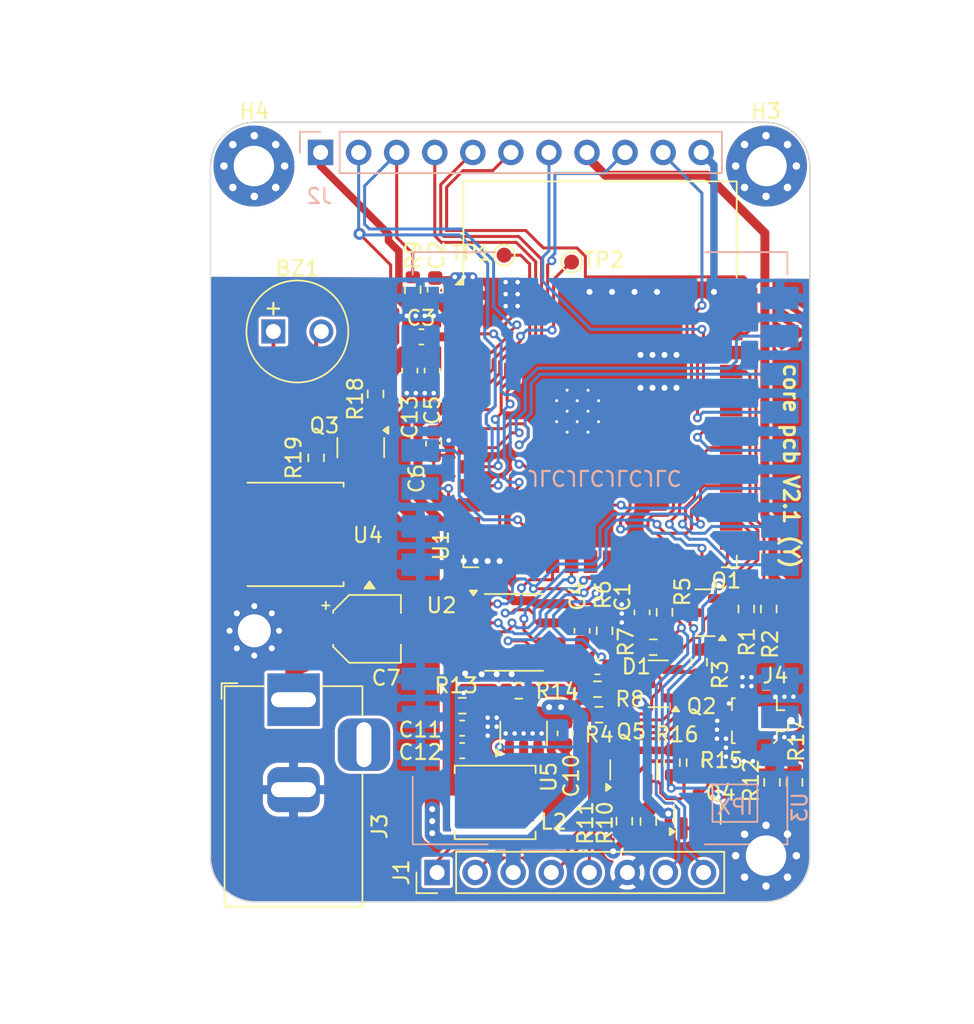
<source format=kicad_pcb>
(kicad_pcb (version 20241229) (generator "pcbnew") (generator_version "9.0")
  (title_block (title "Meshtastic DIY 1W board") (date "2022-01-06") (rev "2.1"))
  (layers (0 "F.Cu" signal) (2 "B.Cu" signal) (13 "F.Paste" user) (15 "B.Paste" user) (5 "F.SilkS" user "F.Silkscreen") (7 "B.SilkS" user "B.Silkscreen") (1 "F.Mask" user) (3 "B.Mask" user) (25 "Edge.Cuts" user))
  (net 0 "")
  (net 1 "GND")
  (net 2 "/EN")
  (net 3 "/GPIO2")
  (net 4 "+3.3V")
  (net 5 "/GPIO0")
  (net 6 "/DTR")
  (net 7 "Net-(D1-K)")
  (net 8 "/RTS")
  (net 9 "Net-(J4-In)")
  (net 10 "/ESP32_RX")
  (net 11 "/ESP32_TX")
  (net 12 "/GPIO16")
  (net 13 "/e22_NRST")
  (net 14 "/SCL")
  (net 15 "/SDA")
  (net 16 "Net-(U5-SW)")
  (net 17 "/e22_MISO")
  (net 18 "/e22_NSS")
  (net 19 "/e22_SCK")
  (net 20 "/SRAM_CLK")
  (net 21 "/SDI_SD1")
  (net 22 "/SDO_SD0")
  (net 23 "Net-(Q1-B)")
  (net 24 "Net-(Q2-B)")
  (net 25 "/SWP_SD3")
  (net 26 "/SHD_SD2")
  (net 27 "/e22_TXEN")
  (net 28 "/e22_RXEN")
  (net 29 "/e22_MOSI")
  (net 30 "/e22_DIO1")
  (net 31 "/e22_BUSY")
  (net 32 "Net-(Q4-B)")
  (net 33 "+5V")
  (net 34 "Net-(Q4-C)")
  (net 35 "/5V_pwrctrl")
  (net 36 "Net-(Q5-S)")
  (net 37 "GNDA")
  (net 38 "/GPS_TX")
  (net 39 "/vbat_mon")
  (net 40 "/USR_BTN")
  (net 41 "/GPS_PWR_enable")
  (net 42 "/GPS_RX")
  (net 43 "/gpio_26")
  (net 44 "/GPS_pwr")
  (net 45 "Net-(U5-FB)")
  (net 46 "Net-(U1-SENSOR_VP)")
  (net 47 "Net-(U1-IO34)")
  (net 52 "Net-(J1-Pin_4)")
  (net 53 "Net-(J1-Pin_5)")
  (net 54 "Net-(Q3-B)")
  (net 55 "Net-(U4-IN)")
  (net 57 "Net-(BZ1--)")
  (footprint "Package_TO_SOT_SMD:SOT-23" (layer "F.Cu") (at 163.5 107.4 180)
    (property "Reference" "Q1")
    (property "Value" "BC848")
  )
  (footprint "Resistor_SMD:R_0603_1608Metric" (layer "F.Cu") (at 166.256812 107.15 -90)
    (property "Reference" "R1")
    (property "Value" "470")
  )
  (footprint "Package_SO:SOIC-8_3.9x4.9mm_P1.27mm" (layer "F.Cu") (at 150.749 108.712)
    (property "Reference" "U2")
    (property "Value" "ESP-PSRAM64")
  )
  (footprint "Capacitor_SMD:C_0603_1608Metric" (layer "F.Cu") (at 155.3 108.6 -90)
    (property "Reference" "C4")
    (property "Value" "100n")
  )
  (footprint "meshtastic-diy 1W:chilsin_BMRA00040412" (layer "F.Cu") (at 149.5 120.05 180)
    (property "Reference" "L2")
    (property "Value" "4.7uH")
  )
  (footprint "Capacitor_SMD:C_0603_1608Metric" (layer "F.Cu") (at 145.3 91.25 90)
    (property "Reference" "C5")
    (property "Value" "100n")
  )
  (footprint "Package_TO_SOT_SMD:SOT-23" (layer "F.Cu") (at 160.38 112.14 180)
    (property "Reference" "Q2")
    (property "Value" "BC848")
  )
  (footprint "Resistor_SMD:R_0603_1608Metric" (layer "F.Cu") (at 163.11 110.69 90)
    (property "Reference" "R3")
    (property "Value" "10k")
  )
  (footprint "Resistor_SMD:R_0603_1608Metric" (layer "F.Cu") (at 156.8 108.6 -90)
    (property "Reference" "R6")
    (property "Value" "10k")
  )
  (footprint "Resistor_SMD:R_0603_1608Metric" (layer "F.Cu") (at 167.756812 107.15 -90)
    (property "Reference" "R2")
    (property "Value" "0")
  )
  (footprint "Capacitor_SMD:C_0603_1608Metric_Pad1.08x0.95mm_HandSolder" (layer "F.Cu") (at 156.325 111)
    (property "Reference" "D1")
    (property "Value" "LED")
  )
  (footprint "Resistor_SMD:R_0603_1608Metric" (layer "F.Cu") (at 151.07 112.61)
    (property "Reference" "R14")
    (property "Value" "118k")
  )
  (footprint "Resistor_SMD:R_0603_1608Metric" (layer "F.Cu") (at 156.325 112.5 180)
    (property "Reference" "R8")
    (property "Value" "470")
  )
  (footprint "Capacitor_SMD:C_0603_1608Metric" (layer "F.Cu") (at 154.175 115.45 -90)
    (property "Reference" "C10")
    (property "Value" "22uF")
  )
  (footprint "Capacitor_SMD:C_0603_1608Metric" (layer "F.Cu") (at 145.4 96.125 -90)
    (property "Reference" "C6")
    (property "Value" "100n")
  )
  (footprint "Resistor_SMD:R_0603_1608Metric" (layer "F.Cu") (at 144 85.85 -90)
    (property "Reference" "R9")
    (property "Value" "10k")
  )
  (footprint "Capacitor_SMD:C_0603_1608Metric" (layer "F.Cu") (at 147.3 116.6)
    (property "Reference" "C12")
    (property "Value" "22uF")
  )
  (footprint "Capacitor_SMD:C_0603_1608Metric" (layer "F.Cu") (at 159.3 107.375 -90)
    (property "Reference" "C1")
    (property "Value" "100n")
  )
  (footprint "Resistor_SMD:R_0603_1608Metric" (layer "F.Cu") (at 156.425 114.2)
    (property "Reference" "R4")
    (property "Value" "10k")
  )
  (footprint "MountingHole:MountingHole_2.2mm_M2_Pad_Via" (layer "F.Cu") (at 133.425 108.605)
    (property "Reference" "H2")
    (property "Value" "tooling_hole")
  )
  (footprint "Capacitor_SMD:C_0603_1608Metric" (layer "F.Cu") (at 143.8 91.25 90)
    (property "Reference" "C13")
    (property "Value" "22uF")
  )
  (footprint "Capacitor_SMD:C_0603_1608Metric" (layer "F.Cu") (at 145.5 85.85 90)
    (property "Reference" "C2")
    (property "Value" "100n")
  )
  (footprint "Capacitor_SMD:C_0603_1608Metric" (layer "F.Cu") (at 144.575 89 180)
    (property "Reference" "C3")
    (property "Value" "22uF")
  )
  (footprint "MountingHole:MountingHole_2.7mm_M2.5_Pad_Via" (layer "F.Cu") (at 167.575 123.605)
    (property "Reference" "H1")
    (property "Value" "tooling_hole")
  )
  (footprint "meshtastic-diy 1W:U.FL_Molex_MCRF_73412-0110_horizontal" (layer "F.Cu") (at 166.8 114.6 180)
    (property "Reference" "J4")
    (property "Value" "ipex antenna")
  )
  (footprint "RF_Module:ESP32-WROOM-32D" (layer "F.Cu") (at 156.5 94.488)
    (property "Reference" "U1")
    (property "Value" "ESP32-WROOM-32D")
  )
  (footprint "Package_TO_SOT_SMD:SOT-23" (layer "F.Cu") (at 162.99 120.84 90)
    (property "Reference" "Q4")
    (property "Value" "BC848")
  )
  (footprint "Resistor_SMD:R_0603_1608Metric" (layer "F.Cu") (at 161.3 117.4 -90)
    (property "Reference" "R16")
    (property "Value" "0")
  )
  (footprint "meshtastic-diy 1W:meshtastic_logo" (layer "F.Cu") (at 169.25 88.24 -90)
    (property "Reference" "SYM1" (hide yes))
    (property "Value" "Meshtastic Logo" (hide yes))
  )
  (footprint "Capacitor_SMD:C_0603_1608Metric" (layer "F.Cu") (at 147.3 115.1)
    (property "Reference" "C11")
    (property "Value" "22uF")
  )
  (footprint "Resistor_SMD:R_0603_1608Metric" (layer "F.Cu") (at 160.05 109.7)
    (property "Reference" "R7")
    (property "Value" "10k")
  )
  (footprint "Resistor_SMD:R_0603_1608Metric" (layer "F.Cu") (at 160.8 107.375 -90)
    (property "Reference" "R5")
    (property "Value" "10k")
  )
  (footprint "TestPoint:TestPoint_Pad_D1.0mm" (layer "F.Cu") (at 150.1 83.55)
    (property "Reference" "TP1")
    (property "Value" "TestPoint")
  )
  (footprint "Resistor_SMD:R_0603_1608Metric" (layer "F.Cu") (at 147.3 113.6)
    (property "Reference" "R13")
    (property "Value" "536k")
  )
  (footprint "Package_TO_SOT_SMD:SOT-23-5" (layer "F.Cu") (at 151.4 115.45 90)
    (property "Reference" "U5")
    (property "Value" "PAM2312")
  )
  (footprint "TestPoint:TestPoint_Pad_D1.0mm" (layer "F.Cu") (at 154.6 84.01)
    (property "Reference" "TP2")
    (property "Value" "TestPoint")
  )
  (footprint "Resistor_SMD:R_0603_1608Metric" (layer "F.Cu") (at 159.722382 121.32432 -90)
    (property "Reference" "R10")
    (property "Value" "0")
  )
  (footprint "Resistor_SMD:R_0603_1608Metric" (layer "F.Cu") (at 158.122382 121.29932 -90)
    (property "Reference" "R11")
    (property "Value" "0")
  )
  (footprint "Package_TO_SOT_SMD:SOT-23" (layer "F.Cu") (at 158.74 117.8825 90)
    (property "Reference" "Q5")
    (property "Value" "CJ2301")
  )
  (footprint "Resistor_SMD:R_0603_1608Metric" (layer "F.Cu") (at 162.8 117.4 -90)
    (property "Reference" "R15")
    (property "Value" "10k")
  )
  (footprint "Resistor_SMD:R_0603_1608Metric" (layer "F.Cu") (at 167.977061 118.714345 -90)
    (property "Reference" "R12")
    (property "Value" "10k" (hide yes))
  )
  (footprint "Resistor_SMD:R_0603_1608Metric" (layer "F.Cu") (at 169.477061 118.714345 90)
    (property "Reference" "R17")
    (property "Value" "10k" (hide yes))
  )
  (footprint "Buzzer_Beeper:MagneticBuzzer_Kingstate_KCG0601" (layer "F.Cu") (at 134.7 88.64)
    (property "Reference" "BZ1")
    (property "Value" "TMB12A05")
  )
  (footprint "Package_TO_SOT_SMD:TO-252-2" (layer "F.Cu") (at 136.075 102.175 180)
    (property "Reference" "U4")
    (property "Value" "CJ7805")
  )
  (footprint "MountingHole:MountingHole_2.7mm_M2.5_Pad_Via" (layer "F.Cu") (at 133.425 77.605)
    (property "Reference" "H4")
    (property "Value" "MountingHole")
  )
  (footprint "Package_TO_SOT_SMD:SOT-23" (layer "F.Cu") (at 140.53 96.39 -90)
    (property "Reference" "Q3")
    (property "Value" "BC848")
  )
  (footprint "Capacitor_SMD:CP_Elec_4x3" (layer "F.Cu") (at 140.95 108.475)
    (property "Reference" "C7")
    (property "Value" "C_Polarized_Small")
  )
  (footprint "Resistor_SMD:R_0603_1608Metric" (layer "F.Cu") (at 141.52 92.81 -90)
    (property "Reference" "R18")
    (property "Value" "1k")
  )
  (footprint "Connector_PinHeader_2.54mm:PinHeader_1x08_P2.54mm_Vertical" (layer "F.Cu") (at 145.625 124.725 90)
    (property "Reference" "J1")
    (property "Value" "programming header")
  )
  (footprint "Resistor_SMD:R_0603_1608Metric" (layer "F.Cu") (at 137.55 97.07 -90)
    (property "Reference" "R19")
    (property "Value" "1k")
  )
  (footprint "Connector_BarrelJack:BarrelJack_Horizontal" (layer "F.Cu") (at 136.0425 113.2 90)
    (property "Reference" "J3")
    (property "Value" "Barrel_Jack_Switch")
  )
  (footprint "MountingHole:MountingHole_2.7mm_M2.5_Pad_Via" (layer "F.Cu") (at 167.575 77.605)
    (property "Reference" "H3")
    (property "Value" "MountingHole")
  )
  (footprint "NetTie:NetTie-2_SMD_Pad0.5mm" (layer "B.Cu") (at 151.7 112.15 90)
    (property "Reference" "NT1" (hide yes))
    (property "Value" "Net-Tie_2" (hide yes))
  )
  (footprint "meshtastic-diy 1W:e22-900m30s-handsoldering" (layer "B.Cu") (at 156.5 103.1 180)
    (property "Reference" "U3")
    (property "Value" "E22-900M30S")
  )
  (footprint "Connector_PinHeader_2.54mm:PinHeader_1x11_P2.54mm_Vertical" (layer "B.Cu") (at 137.85 76.7 -90)
    (property "Reference" "J2")
    (property "Value" "oled/gps/external HW")
  )
  (gr_arc (start 170.5 123.68) (mid 169.62132 125.80132) (end 167.5 126.68) (stroke (width 0.1)) (layer "Edge.Cuts"))
  (gr_arc (start 133.5 126.68) (mid 131.37868 125.80132) (end 130.5 123.68) (stroke (width 0.1)) (layer "Edge.Cuts"))
  (gr_line (start 167.5 126.68) (end 133.5 126.68) (stroke (width 0.1)) (layer "Edge.Cuts"))
  (gr_line (start 130.5 123.68) (end 130.5 77.68) (stroke (width 0.1)) (layer "Edge.Cuts"))
  (gr_arc (start 130.5 77.68) (mid 131.37868 75.55868) (end 133.5 74.68) (stroke (width 0.1)) (layer "Edge.Cuts"))
  (gr_arc (start 167.5 74.68) (mid 169.62132 75.55868) (end 170.5 77.68) (stroke (width 0.1)) (layer "Edge.Cuts"))
  (gr_line (start 170.5 77.68) (end 170.5 123.68) (stroke (width 0.1)) (layer "Edge.Cuts"))
  (gr_line (start 133.5 74.68) (end 167.5 74.68) (stroke (width 0.1)) (layer "Edge.Cuts"))
  (gr_text "core pcb V2.1 (Y)" (at 169.25 97.62 270) (layer "F.SilkS") (effects (font (size 1 1) (thickness 0.2))))
  (gr_text "JLCJLCJLCJLC" (at 156.8 98.4 180) (layer "B.SilkS") (effects (font (size 1 1)) (justify mirror)))
  (segment (start 160.8 92.4) (end 160 92.4) (width 0.2) (layer "F.Cu") (net 1))
  (segment (start 168.125 116.075) (end 168.2 116) (width 0.2) (layer "F.Cu") (net 1))
  (segment (start 166.8 116.075) (end 168.125 116.075) (width 0.2) (layer "F.Cu") (net 1))
  (segment (start 148.6 111.6) (end 149.59999 111.6) (width 0.4) (layer "F.Cu") (net 1))
  (segment (start 164.325328 114.6) (end 164.321143 114.604185) (width 0.2) (layer "F.Cu") (net 1))
  (segment (start 164.9 115.8) (end 164.9 116.4) (width 0.2) (layer "F.Cu") (net 1))
  (segment (start 147.5 111.391) (end 147.5 111.60003) (width 0.4) (layer "F.Cu") (net 1))
  (segment (start 154.2 111.6) (end 150.600004 111.6) (width 0.5) (layer "F.Cu") (net 1))
  (segment (start 147.999977 85) (end 146.8 85) (width 0.6) (layer "F.Cu") (net 1))
  (segment (start 145.5 85.075) (end 146.725 85.075) (width 0.25) (layer "F.Cu") (net 1))
  (segment (start 158.05 108.15) (end 157.95 108.05) (width 0.2) (layer "F.Cu") (net 1))
  (segment (start 146.4 95.9) (end 146.4 96.7) (width 0.2) (layer "F.Cu") (net 1))
  (segment (start 149 104.1) (end 148.2 104.1) (width 0.2) (layer "F.Cu") (net 1))
  (segment (start 164.767 86) (end 160.3 86) (width 0.4) (layer "F.Cu") (net 1))
  (segment (start 155.5 112.5) (end 155.1 112.5) (width 0.5) (layer "F.Cu") (net 1))
  (segment (start 149.8 103.75) (end 150.75 103.75) (width 0.6) (layer "F.Cu") (net 1))
  (segment (start 148.274 111.274) (end 148.6 111.6) (width 0.2) (layer "F.Cu") (net 1))
  (segment (start 166.15 112.3) (end 166.15 111.7) (width 0.2) (layer "F.Cu") (net 1))
  (segment (start 166.8 112.35) (end 166.75 112.3) (width 0.2) (layer "F.Cu") (net 1))
  (segment (start 164.9 117) (end 165.2 117.3) (width 0.2) (layer "F.Cu") (net 1))
  (segment (start 166.8 113.125) (end 166.8 112.35) (width 0.2) (layer "F.Cu") (net 1))
  (segment (start 151.4 111.6) (end 150.600004 111.6) (width 0.4) (layer "F.Cu") (net 1))
  (segment (start 155.1 112.5) (end 154.2 111.6) (width 0.5) (layer "F.Cu") (net 1))
  (segment (start 151 85.35) (end 151 86.15) (width 0.6) (layer "F.Cu") (net 1))
  (segment (start 144.8 87.6) (end 145.4 87.6) (width 0.2) (layer "F.Cu") (net 1))
  (segment (start 166.1 117.3) (end 166.7 117.3) (width 0.2) (layer "F.Cu") (net 1))
  (segment (start 148 86.233) (end 147.999977 86.232977) (width 0.6) (layer "F.Cu") (net 1))
  (segment (start 161.6 90.6) (end 161.6 92.4) (width 0.2) (layer "F.Cu") (net 1))
  (segment (start 165.3 114.6) (end 165.3 113.65) (width 0.6) (layer "F.Cu") (net 1))
  (segment (start 159.3 108.15) (end 158.05 108.15) (width 0.2) (layer "F.Cu") (net 1))
  (segment (start 148.274 110.617) (end 148.274 111.274) (width 0.2) (layer "F.Cu") (net 1))
  (segment (start 168.2 113.1) (end 168.8 113.1) (width 0.2) (layer "F.Cu") (net 1))
  (segment (start 146.4 96.7) (end 146.2 96.9) (width 0.2) (layer "F.Cu") (net 1))
  (segment (start 146.2 96.9) (end 145.4 96.9) (width 0.2) (layer "F.Cu") (net 1))
  (segment (start 158.8 89.8) (end 159.2 90.2) (width 0.2) (layer "F.Cu") (net 1))
  (segment (start 165.2 117.3) (end 165.5 117.3) (width 0.2) (layer "F.Cu") (net 1))
  (segment (start 150.2 86.15) (end 150.2 86.95) (width 0.6) (layer "F.Cu") (net 1))
  (segment (start 147.999977 86.232977) (end 147.999977 85) (width 0.6) (layer "F.Cu") (net 1))
  (segment (start 158.8 86) (end 158.8 89.8) (width 0.2) (layer "F.Cu") (net 1))
  (segment (start 149.317 86.233) (end 150.2 85.35) (width 0.6) (layer "F.Cu") (net 1))
  (segment (start 143.6 87.6) (end 144.2 87.6) (width 0.2) (layer "F.Cu") (net 1))
  (segment (start 149.59999 111.6) (end 149.6 111.59999) (width 0.4) (layer "F.Cu") (net 1))
  (segment (start 164.3 115.2) (end 164.3 115.8) (width 0.2) (layer "F.Cu") (net 1))
  (segment (start 165.3 114.6) (end 164.325328 114.6) (width 0.2) (layer "F.Cu") (net 1))
  (segment (start 161.6 92.4) (end 161.6 90.2) (width 0.2) (layer "F.Cu") (net 1))
  (segment (start 157.95 107.45) (end 157.95 106.85) (width 0.2) (layer "F.Cu") (net 1))
  (segment (start 160 90.2) (end 160.8 90.2) (width 0.2) (layer "F.Cu") (net 1))
  (segment (start 146.725 85.075) (end 146.8 85) (width 0.25) (layer "F.Cu") (net 1))
  (segment (start 165 86.233) (end 164.767 86) (width 0.4) (layer "F.Cu") (net 1))
  (segment (start 148 86.233) (end 149.617 86.233) (width 0.6) (layer "F.Cu") (net 1))
  (segment (start 165.3 113.65) (end 165.1 113.45) (width 0.6) (layer "F.Cu") (net 1))
  (via (at 169.4 115.7) (size 0.6) (drill 0.3) (layers "F.Cu" "B.Cu") (net 1))
  (via (at 168.2 115.7) (size 0.6) (drill 0.3) (layers "F.Cu" "B.Cu") (net 1))
  (via (at 168.8 115.7) (size 0.6) (drill 0.3) (layers "F.Cu" "B.Cu") (net 1))
  (via (at 168.2 113) (size 0.6) (drill 0.3) (layers "F.Cu" "B.Cu") (net 1))
  (via (at 166.6 112.3) (size 0.6) (drill 0.3) (layers "F.Cu" "B.Cu") (net 1))
  (via (at 168.8 113) (size 0.6) (drill 0.3) (layers "F.Cu" "B.Cu") (net 1))
  (via (at 160 92.4) (size 0.8) (drill 0.4) (layers "F.Cu" "B.Cu") (net 1))
  (via (at 166.7 117.3) (size 0.6) (drill 0.3) (layers "F.Cu" "B.Cu") (net 1))
  (via (at 157.95 108.05) (size 0.6) (drill 0.3) (layers "F.Cu" "B.Cu") (net 1))
  (via (at 159.2 90.2) (size 0.8) (drill 0.4) (layers "F.Cu" "B.Cu") (net 1))
  (via (at 147.5 111.45) (size 0.8) (drill 0.4) (layers "F.Cu" "B.Cu") (net 1))
  (via (at 160.8 90.2) (size 0.8) (drill 0.4) (layers "F.Cu" "B.Cu") (net 1))
  (via (at 144.8 87.6) (size 0.6) (drill 0.3) (layers "F.Cu" "B.Cu") (net 1))
  (via (at 155.8 86) (size 0.8) (drill 0.4) (layers "F.Cu" "B.Cu") (net 1))
  (via (at 161.6 90.2) (size 0.8) (drill 0.4) (layers "F.Cu" "B.Cu") (net 1))
  (via (at 149.6 111.49999) (size 0.8) (drill 0.4) (layers "F.Cu" "B.Cu") (net 1))
  (via (at 164.9 117) (size 0.6) (drill 0.3) (layers "F.Cu" "B.Cu") (net 1))
  (via (at 166 112.3) (size 0.6) (drill 0.3) (layers "F.Cu" "B.Cu") (net 1))
  (via (at 157.95 106.85) (size 0.6) (drill 0.3) (layers "F.Cu" "B.Cu") (net 1))
  (via (at 149.8 103.95) (size 0.8) (drill 0.4) (layers "F.Cu" "B.Cu") (net 1))
  (via (at 145.4 87.6) (size 0.6) (drill 0.3) (layers "F.Cu" "B.Cu") (net 1))
  (via (at 147.999977 85) (size 0.6) (drill 0.3) (layers "F.Cu" "B.Cu") (net 1))
  (via (at 166 111.7) (size 0.6) (drill 0.3) (layers "F.Cu" "B.Cu") (net 1))
  (via (at 150.600004 111.5) (size 0.8) (drill 0.4) (layers "F.Cu" "B.Cu") (net 1))
  (via (at 165.1 113.45) (size 0.6) (drill 0.3) (layers "F.Cu" "B.Cu") (net 1))
  (via (at 164.321143 114.604185) (size 0.6) (drill 0.3) (layers "F.Cu" "B.Cu") (net 1))
  (via (at 157.95 107.45) (size 0.6) (drill 0.3) (layers "F.Cu" "B.Cu") (net 1))
  (via (at 150.2 86.95) (size 0.6) (drill 0.3) (layers "F.Cu" "B.Cu") (net 1))
  (via (at 160.8 92.4) (size 0.8) (drill 0.4) (layers "F.Cu" "B.Cu") (net 1))
  (via (at 148.6 111.5) (size 0.8) (drill 0.4) (layers "F.Cu" "B.Cu") (net 1))
  (via (at 151 86.15) (size 0.6) (drill 0.3) (layers "F.Cu" "B.Cu") (net 1))
  (via (at 150.2 85.35) (size 0.6) (drill 0.3) (layers "F.Cu" "B.Cu") (net 1))
  (via (at 159.2 92.4) (size 0.8) (drill 0.4) (layers "F.Cu" "B.Cu") (net 1))
  (via (at 166.6 111.7) (size 0.6) (drill 0.3) (layers "F.Cu" "B.Cu") (net 1))
  (via (at 147.4 103.95) (size 0.8) (drill 0.4) (layers "F.Cu" "B.Cu") (net 1))
  (via (at 158.8 86) (size 0.8) (drill 0.4) (layers "F.Cu" "B.Cu") (net 1))
  (via (at 164.3 115.2) (size 0.6) (drill 0.3) (layers "F.Cu" "B.Cu") (net 1))
  (via (at 164.1 86) (size 0.8) (drill 0.4) (layers "F.Cu" "B.Cu") (net 1))
  (via (at 157.3 86) (size 0.8) (drill 0.4) (layers "F.Cu" "B.Cu") (net 1))
  (via (at 151 86.95) (size 0.6) (drill 0.3) (layers "F.Cu" "B.Cu") (net 1))
  (via (at 164.9 115.8) (size 0.6) (drill 0.3) (layers "F.Cu" "B.Cu") (net 1))
  (via (at 160.3 86) (size 0.8) (drill 0.4) (layers "F.Cu" "B.Cu") (net 1))
  (via (at 161.6 92.4) (size 0.8) (drill 0.4) (layers "F.Cu" "B.Cu") (net 1))
  (via (at 165.5 117.3) (size 0.6) (drill 0.3) (layers "F.Cu" "B.Cu") (net 1))
  (via (at 146.8 85) (size 0.6) (drill 0.3) (layers "F.Cu" "B.Cu") (net 1))
  (via (at 146.4 95.9) (size 0.6) (drill 0.3) (layers "F.Cu" "B.Cu") (net 1))
  (via (at 164.9 116.4) (size 0.6) (drill 0.3) (layers "F.Cu" "B.Cu") (net 1))
  (via (at 169.4 113) (size 0.6) (drill 0.3) (layers "F.Cu" "B.Cu") (net 1))
  (via (at 166.1 117.3) (size 0.6) (drill 0.3) (layers "F.Cu" "B.Cu") (net 1))
  (via (at 160 90.2) (size 0.8) (drill 0.4) (layers "F.Cu" "B.Cu") (net 1))
  (via (at 148.2 103.95) (size 0.8) (drill 0.4) (layers "F.Cu" "B.Cu") (net 1))
  (via (at 147.4 85) (size 0.6) (drill 0.3) (layers "F.Cu" "B.Cu") (net 1))
  (via (at 150.2 86.15) (size 0.6) (drill 0.3) (layers "F.Cu" "B.Cu") (net 1))
  (via (at 149 103.95) (size 0.8) (drill 0.4) (layers "F.Cu" "B.Cu") (net 1))
  (via (at 164.3 115.8) (size 0.6) (drill 0.3) (layers "F.Cu" "B.Cu") (net 1))
  (via (at 151 85.35) (size 0.6) (drill 0.3) (layers "F.Cu" "B.Cu") (net 1))
  (via (at 143.6 87.6) (size 0.6) (drill 0.3) (layers "F.Cu" "B.Cu") (net 1))
  (via (at 144.2 87.6) (size 0.6) (drill 0.3) (layers "F.Cu" "B.Cu") (net 1))
  (segment (start 161.6 92.4) (end 160.8 92.4) (width 0.2) (layer "B.Cu") (net 1))
  (segment (start 160 92.4) (end 159.2 92.4) (width 0.2) (layer "B.Cu") (net 1))
  (segment (start 157.3 86) (end 155.8 86) (width 0.4) (layer "B.Cu") (net 1))
  (segment (start 148.4 111.7) (end 146.8 111.7) (width 0.6) (layer "B.Cu") (net 1))
  (segment (start 157.95 108.05) (end 157.95 107.45) (width 0.2) (layer "B.Cu") (net 1))
  (segment (start 144.2 87.6) (end 144.2 86.75) (width 0.6) (layer "B.Cu") (net 1))
  (segment (start 143.6 87.6) (end 143.6 86.65) (width 0.6) (layer "B.Cu") (net 1))
  (segment (start 149.8 104.1) (end 149 104.1) (width 0.2) (layer "B.Cu") (net 1))
  (segment (start 144.8 87.6) (end 144.8 86.85) (width 0.6) (layer "B.Cu") (net 1))
  (segment (start 168.2 113) (end 168.2 112.3) (width 0.6) (layer "B.Cu") (net 1))
  (segment (start 148.6 111.6) (end 148.5 111.6) (width 0.6) (layer "B.Cu") (net 1))
  (segment (start 166.15 111.7) (end 166.75 111.7) (width 0.2) (layer "B.Cu") (net 1))
  (segment (start 164.1 77.55) (end 163.25 76.7) (width 0.5) (layer "B.Cu") (net 1))
  (segment (start 144.5 86.41) (end 144.5 86.7) (width 0.2) (layer "B.Cu") (net 1))
  (segment (start 168.8 115.7) (end 168.8 116.3) (width 0.6) (layer "B.Cu") (net 1))
  (segment (start 167.8 117.3) (end 168 117.1) (width 0.6) (layer "B.Cu") (net 1))
  (segment (start 160.8 90.2) (end 161.6 90.2) (width 0.2) (layer "B.Cu") (net 1))
  (segment (start 169.4 113) (end 169.4 112.6) (width 0.6) (layer "B.Cu") (net 1))
  (segment (start 148.2 104.1) (end 147.4 104.1) (width 0.2) (layer "B.Cu") (net 1))
  (segment (start 150.2 85.35) (end 151 85.35) (width 0.6) (layer "B.Cu") (net 1))
  (segment (start 150.599994 111.59999) (end 150.600004 111.6) (width 0.4) (layer "B.Cu") (net 1))
  (segment (start 147.4 85) (end 146.8 85) (width 0.6) (layer "B.Cu") (net 1))
  (segment (start 168.5 112.01) (end 168.5 112.8) (width 0.2) (layer "B.Cu") (net 1))
  (segment (start 147.4 85) (end 147.999977 85) (width 0.6) (layer "B.Cu") (net 1))
  (segment (start 147.5 111.7) (end 146.8 111.7) (width 0.6) (layer "B.Cu") (net 1))
  (segment (start 164.1 86) (end 164.1 77.55) (width 0.5) (layer "B.Cu") (net 1))
  (segment (start 160.3 86) (end 158.8 86) (width 0.4) (layer "B.Cu") (net 1))
  (segment (start 169.4 112.7) (end 168.8 112.7) (width 0.6) (layer "B.Cu") (net 1))
  (segment (start 164.3 114.625328) (end 164.321143 114.604185) (width 0.2) (layer "B.Cu") (net 1))
  (segment (start 166.75 112.3) (end 166.15 112.3) (width 0.2) (layer "B.Cu") (net 1))
  (segment (start 169.4 113) (end 168.2 113) (width 0.6) (layer "B.Cu") (net 1))
  (segment (start 164.3 115.8) (end 164.9 115.8) (width 0.2) (layer "B.Cu") (net 1))
  (segment (start 148.5 111.6) (end 148.4 111.7) (width 0.6) (layer "B.Cu") (net 1))
  (segment (start 145.4 87.6) (end 145.4 86.85) (width 0.6) (layer "B.Cu") (net 1))
  (segment (start 164.9 116.4) (end 164.9 117) (width 0.2) (layer "B.Cu") (net 1))
  (segment (start 163.25 76.7) (end 163.77 77.22) (width 0.5) (layer "B.Cu") (net 1))
  (segment (start 168.8 116.3) (end 169.4 115.7) (width 0.6) (layer "B.Cu") (net 1))
  (segment (start 164.3 115.2) (end 164.3 114.625328) (width 0.2) (layer "B.Cu") (net 1))
  (segment (start 144.2 87.6) (end 144.8 87.6) (width 0.2) (layer "B.Cu") (net 1))
  (segment (start 168.2 115.7) (end 168.2 116.3) (width 0.6) (layer "B.Cu") (net 1))
  (segment (start 159.2 90.2) (end 160 90.2) (width 0.2) (layer "B.Cu") (net 1))
  (segment (start 150.2 85.35) (end 150.2 86.15) (width 0.6) (layer "B.Cu") (net 1))
  (segment (start 169.4 115.7) (end 169.4 116.2) (width 0.6) (layer "B.Cu") (net 1))
  (segment (start 158.8 86) (end 157.3 86) (width 0.4) (layer "B.Cu") (net 1))
  (segment (start 168.2 115.7) (end 169.4 115.7) (width 0.6) (layer "B.Cu") (net 1))
  (segment (start 151 86.15) (end 151 86.95) (width 0.6) (layer "B.Cu") (net 1))
  (segment (start 165.5 117.3) (end 166.1 117.3) (width 0.2) (layer "B.Cu") (net 1))
  (segment (start 168.2 116) (end 168.8 116) (width 0.2) (layer "B.Cu") (net 1))
  (segment (start 149.6 111.59999) (end 150.599994 111.59999) (width 0.4) (layer "B.Cu") (net 1))
  (segment (start 143.6 86.65) (end 143.8 86.45) (width 0.6) (layer "B.Cu") (net 1))
  (segment (start 150.600004 111.5) (end 152.85 111.5) (width 1) (layer "B.Cu") (net 1))
  (segment (start 148.59997 111.60003) (end 148.6 111.6) (width 0.4) (layer "B.Cu") (net 1))
  (segment (start 147.5 111.60003) (end 148.59997 111.60003) (width 0.4) (layer "B.Cu") (net 1))
  (segment (start 166.7 117.3) (end 167.8 117.3) (width 0.6) (layer "B.Cu") (net 1))
  (segment (start 163.3 104.824264) (end 163.3 103.100011) (width 0.2) (layer "F.Cu") (net 2))
  (segment (start 160.25001 105.84999) (end 161.14999 105.84999) (width 0.2) (layer "F.Cu") (net 2))
  (segment (start 160.875 109.7) (end 160.875 109.462982) (width 0.2) (layer "F.Cu") (net 2))
  (segment (start 160.75 109.7) (end 160.6 109.7) (width 0.2) (layer "F.Cu") (net 2))
  (segment (start 158.500001 100.507965) (end 157.869975 101.137991) (width 0.2) (layer "F.Cu") (net 2))
  (segment (start 161.935277 108.145173) (end 161.036104 107.246) (width 0.2) (layer "F.Cu") (net 2))
  (segment (start 163.3 104.7) (end 163.3 104.4) (width 0.2) (layer "F.Cu") (net 2))
  (segment (start 157.611999 99.619963) (end 158.188001 99.619963) (width 0.2) (layer "F.Cu") (net 2))
  (segment (start 163.3 104.824264) (end 163.3 104.4) (width 0.2) (layer "F.Cu") (net 2))
  (segment (start 159.25 112.3) (end 159.25 110.89) (width 0.2) (layer "F.Cu") (net 2))
  (segment (start 157.869975 101.137991) (end 157.869975 101.819975) (width 0.2) (layer "F.Cu") (net 2))
  (segment (start 160.44 109.7) (end 160.9 109.7) (width 0.2) (layer "F.Cu") (net 2))
  (segment (start 161.036104 107.246) (end 159.946 107.246) (width 0.2) (layer "F.Cu") (net 2))
  (segment (start 161.14999 105.84999) (end 161.85001 105.84999) (width 0.2) (layer "F.Cu") (net 2))
  (segment (start 158.188001 99.619963) (end 158.500001 99.931963) (width 0.2) (layer "F.Cu") (net 2))
  (segment (start 161.85001 105.84999) (end 162.24999 105.84999) (width 0.2) (layer "F.Cu") (net 2))
  (segment (start 159.946 107.246) (end 159.3 106.6) (width 0.2) (layer "F.Cu") (net 2))
  (segment (start 161.14999 105.84999) (end 162.274274 105.84999) (width 0.2) (layer "F.Cu") (net 2))
  (segment (start 161.025 109.7) (end 161.025 109.575) (width 0.2) (layer "F.Cu") (net 2))
  (segment (start 162.274274 105.84999) (end 163.3 104.824264) (width 0.2) (layer "F.Cu") (net 2))
  (segment (start 161.85001 105.84999) (end 162.05001 105.84999) (width 0.2) (layer "F.Cu") (net 2))
  (segment (start 158.500001 99.931963) (end 158.500001 100.507965) (width 0.2) (layer "F.Cu") (net 2))
  (segment (start 152.100011 99.134313) (end 152.100011 98.24631) (width 0.2) (layer "F.Cu") (net 2))
  (segment (start 152.100011 98.24631) (end 151.353065 97.499364) (width 0.2) (layer "F.Cu") (net 2))
  (segment (start 159.5 106.6) (end 160.25001 105.84999) (width 0.2) (layer "F.Cu") (net 2))
  (segment (start 147.772 88.8) (end 147.75 88.778) (width 0.2) (layer "F.Cu") (net 2))
  (segment (start 160.875 109.462982) (end 161.935277 108.402705) (width 0.2) (layer "F.Cu") (net 2))
  (segment (start 161.935277 108.402705) (end 161.935277 108.145173) (width 0.2) (layer "F.Cu") (net 2))
  (segment (start 152.785652 99.819954) (end 157.412008 99.819954) (width 0.2) (layer "F.Cu") (net 2))
  (segment (start 152.785652 99.819954) (end 152.100011 99.134313) (width 0.2) (layer "F.Cu") (net 2))
  (segment (start 151.353065 97.499364) (end 151.099364 97.499364) (width 0.2) (layer "F.Cu") (net 2))
  (segment (start 149.4 88.8) (end 147.772 88.8) (width 0.2) (layer "F.Cu") (net 2))
  (segment (start 159.25 110.89) (end 160.44 109.7) (width 0.2) (layer "F.Cu") (net 2))
  (segment (start 149.4 88.8) (end 149.6 88.8) (width 0.2) (layer "F.Cu") (net 2))
  (segment (start 157.412008 99.819954) (end 157.611999 99.619963) (width 0.2) (layer "F.Cu") (net 2))
  (segment (start 160.875 109.7) (end 160.7 109.7) (width 0.2) (layer "F.Cu") (net 2))
  (via (at 163.3 103.100011) (size 0.6) (drill 0.3) (layers "F.Cu" "B.Cu") (net 2))
  (via (at 151.099364 97.499364) (size 0.6) (drill 0.3) (layers "F.Cu" "B.Cu") (net 2))
  (via (at 157.869975 101.819975) (size 0.6) (drill 0.3) (layers "F.Cu" "B.Cu") (net 2))
  (via (at 161.935277 108.402705) (size 0.6) (drill 0.3) (layers "F.Cu" "B.Cu") (net 2))
  (via (at 149.4 88.8) (size 0.6) (drill 0.3) (layers "F.Cu" "B.Cu") (net 2))
  (segment (start 161.234302 102.2) (end 161.342151 102.307849) (width 0.2) (layer "B.Cu") (net 2))
  (segment (start 162.34999 110.151462) (end 160.249989 112.251462) (width 0.2) (layer "B.Cu") (net 2))
  (segment (start 158.49423 101.619984) (end 159.530016 101.619984) (width 0.2) (layer "B.Cu") (net 2))
  (segment (start 150.504453 94.359805) (end 150.504452 96.704452) (width 0.2) (layer "B.Cu") (net 2))
  (segment (start 161.521173 102.486871) (end 161.868615 102.486871) (width 0.2) (layer "B.Cu") (net 2))
  (segment (start 161.750504 120.511717) (end 161.750504 123.839496) (width 0.2) (layer "B.Cu") (net 2))
  (segment (start 161.868615 102.486871) (end 162.281764 102.900021) (width 0.2) (layer "B.Cu") (net 2))
  (segment (start 160.249989 119.515687) (end 160.367151 119.632849) (width 0.2) (layer "B.Cu") (net 2))
  (segment (start 150.504452 96.704452) (end 150.504452 96.829337) (width 0.2) (layer "B.Cu") (net 2))
  (segment (start 151.100011 93.188245) (end 151.100011 93.764247) (width 0.2) (layer "B.Cu") (net 2))
  (segment (start 162.281764 102.900021) (end 163.10001 102.900021) (width 0.2) (layer "B.Cu") (net 2))
  (segment (start 163.10001 102.900021) (end 163.3 103.100011) (width 0.2) (layer "B.Cu") (net 2))
  (segment (start 151.100011 93.764247) (end 150.504453 94.359805) (width 0.2) (layer "B.Cu") (net 2))
  (segment (start 161.342151 102.307849) (end 161.521173 102.486871) (width 0.2) (layer "B.Cu") (net 2))
  (segment (start 157.869975 101.819975) (end 158.294239 101.819975) (width 0.2) (layer "B.Cu") (net 2))
  (segment (start 160.834311 120.10001) (end 160.367151 119.632849) (width 0.2) (layer "B.Cu") (net 2))
  (segment (start 162.34999 108.94999) (end 162.34999 110.151462) (width 0.2) (layer "B.Cu") (net 2))
  (segment (start 150.761766 92.85) (end 151.100011 93.188245) (width 0.2) (layer "B.Cu") (net 2))
  (segment (start 159.698033 101.788001) (end 159.530016 101.619984) (width 0.2) (layer "B.Cu") (net 2))
  (segment (start 160.834311 120.10001) (end 161.338797 120.10001) (width 0.2) (layer "B.Cu") (net 2))
  (segment (start 157.869975 101.819975) (end 157.869975 101.969975) (width 0.2) (layer "B.Cu") (net 2))
  (segment (start 149.4 88.8) (end 149.9 89.3) (width 0.2) (layer "B.Cu") (net 2))
  (segment (start 161.750504 123.839496) (end 160.865 124.725) (width 0.2) (layer "B.Cu") (net 2))
  (segment (start 161.935277 108.402705) (end 161.935277 108.535277) (width 0.2) (layer "B.Cu") (net 2))
  (segment (start 160.011999 102.100001) (end 159.699999 101.788001) (width 0.2) (layer "B.Cu") (net 2))
  (segment (start 149.9 89.3) (end 149.9 92.6) (width 0.2) (layer "B.Cu") (net 2))
  (segment (start 160.367151 119.632849) (end 160.249989 119.515688) (width 0.2) (layer "B.Cu") (net 2))
  (segment (start 159.699999 101.788001) (end 159.698033 101.788001) (width 0.2) (layer "B.Cu") (net 2))
  (segment (start 158.294239 101.819975) (end 158.49423 101.619984) (width 0.2) (layer "B.Cu") (net 2))
  (segment (start 149.6 89) (end 149.4 88.8) (width 0.2) (layer "B.Cu") (net 2))
  (segment (start 150.504452 96.704452) (end 150.504452 96.904452) (width 0.2) (layer "B.Cu") (net 2))
  (segment (start 160.011999 102.100001) (end 161.134302 102.1) (width 0.2) (layer "B.Cu") (net 2))
  (segment (start 149.9 92.6) (end 150.15 92.85) (width 0.2) (layer "B.Cu") (net 2))
  (segment (start 161.134302 102.1) (end 161.342151 102.307849) (width 0.2) (layer "B.Cu") (net 2))
  (segment (start 161.338797 120.10001) (end 161.750504 120.511717) (width 0.2) (layer "B.Cu") (net 2))
  (segment (start 160.249989 112.251462) (end 160.249989 119.515687) (width 0.2) (layer "B.Cu") (net 2))
  (segment (start 151.100011 93.764247) (end 150.60001 94.264248) (width 0.2) (layer "B.Cu") (net 2))
  (segment (start 161.935277 108.535277) (end 162.34999 108.94999) (width 0.2) (layer "B.Cu") (net 2))
  (segment (start 150.504452 96.904452) (end 151.099364 97.499364) (width 0.2) (layer "B.Cu") (net 2))
  (segment (start 150.15 92.85) (end 150.761766 92.85) (width 0.2) (layer "B.Cu") (net 2))
  (segment (start 162.215 103.743) (end 162.215 105.03499) (width 0.2) (layer "F.Cu") (net 3))
  (segment (start 158.531378 105.90002) (end 156.447038 105.90002) (width 0.2) (layer "F.Cu") (net 3))
  (segment (start 156.447038 105.90002) (end 156.237208 106.10985) (width 0.2) (layer "F.Cu") (net 3))
  (segment (start 162.215 103.743) (end 162.215 104.943) (width 0.2) (layer "F.Cu") (net 3))
  (segment (start 160.00148 105.24999) (end 159.650735 105.600735) (width 0.2) (layer "F.Cu") (net 3))
  (segment (start 158.830662 105.600735) (end 158.531378 105.90002) (width 0.2) (layer "F.Cu") (net 3))
  (segment (start 157.15 111) (end 156.5 110.35) (width 0.2) (layer "F.Cu") (net 3))
  (segment (start 159.650735 105.600735) (end 158.830662 105.600735) (width 0.2) (layer "F.Cu") (net 3))
  (segment (start 160.3 105.24999) (end 160.00148 105.24999) (width 0.2) (layer "F.Cu") (net 3))
  (segment (start 157.2875 111) (end 157.15 111) (width 0.2) (layer "F.Cu") (net 3))
  (segment (start 162.215 105.03499) (end 162 105.24999) (width 0.2) (layer "F.Cu") (net 3))
  (segment (start 162 105.24999) (end 160.3 105.24999) (width 0.2) (layer "F.Cu") (net 3))
  (via (at 156.237208 106.10985) (size 0.6) (drill 0.3) (layers "F.Cu" "B.Cu") (net 3))
  (via (at 156.6 110.35) (size 0.6) (drill 0.3) (layers "F.Cu" "B.Cu") (net 3))
  (segment (start 155.429485 106.670515) (end 155.676543 106.670515) (width 0.2) (layer "B.Cu") (net 3))
  (segment (start 154.770515 106.670515) (end 155.676543 106.670515) (width 0.2) (layer "B.Cu") (net 3))
  (segment (start 154.770515 106.670515) (end 155.429485 106.670515) (width 0.2) (layer "B.Cu") (net 3))
  (segment (start 153.80001 107.16278) (end 154.292275 106.670515) (width 0.2) (layer "B.Cu") (net 3))
  (segment (start 155.35 109.2) (end 154.2 109.2) (width 0.2) (layer "B.Cu") (net 3))
  (segment (start 153.80001 107.165689) (end 153.80001 107.16278) (width 0.2) (layer "B.Cu") (net 3))
  (segment (start 154.2 109.2) (end 153.4 108.4) (width 0.2) (layer "B.Cu") (net 3))
  (segment (start 156.5 110.35) (end 155.35 109.2) (width 0.2) (layer "B.Cu") (net 3))
  (segment (start 153.4 108.4) (end 153.4 107.565699) (width 0.2) (layer "B.Cu") (net 3))
  (segment (start 155.716016 106.670515) (end 156.237208 106.149323) (width 0.2) (layer "B.Cu") (net 3))
  (segment (start 154.292275 106.670515) (end 154.770515 106.670515) (width 0.2) (layer "B.Cu") (net 3))
  (segment (start 156.237208 106.149323) (end 156.237208 106.10985) (width 0.2) (layer "B.Cu") (net 3))
  (segment (start 153.4 107.565699) (end 153.80001 107.165689) (width 0.2) (layer "B.Cu") (net 3))
  (segment (start 155.429485 106.670515) (end 155.716016 106.670515) (width 0.2) (layer "B.Cu") (net 3))
  (segment (start 158.25 110.75) (end 159.1 109.9) (width 0.5) (layer "F.Cu") (net 4))
  (segment (start 155.3 107.825) (end 155.3 107.875) (width 0.2) (layer "F.Cu") (net 4))
  (segment (start 152.036534 106.600736) (end 152.167899 106.732101) (width 0.6) (layer "F.Cu") (net 4))
  (segment (start 146.4 117.7) (end 146.4 118.55) (width 0.6) (layer "F.Cu") (net 4))
  (segment (start 146.4 116.75) (end 146.4 118.55) (width 0.8) (layer "F.Cu") (net 4))
  (segment (start 160.775 121.725) (end 161.054504 121.445496) (width 0.5) (layer "F.Cu") (net 4))
  (segment (start 157.9 109.75) (end 159.2 109.75) (width 0.6) (layer "F.Cu") (net 4))
  (segment (start 146.487002 87.503) (end 146.4 87.415998) (width 0.6) (layer "F.Cu") (net 4))
  (segment (start 150.750736 106.600736) (end 151.099264 106.600736) (width 0.6) (layer "F.Cu") (net 4))
  (segment (start 146.4 105.9) (end 146.475 105.975) (width 0.6) (layer "F.Cu") (net 4))
  (segment (start 145.07498 94.125) (end 145.575 94.125) (width 0.6) (layer "F.Cu") (net 4))
  (segment (start 146.4 89.05) (end 146.4 93.3) (width 0.6) (layer "F.Cu") (net 4))
  (segment (start 150.025 105.875) (end 149.7 105.55) (width 0.6) (layer "F.Cu") (net 4))
  (segment (start 157.575 109.425) (end 157.9 109.75) (width 0.6) (layer "F.Cu") (net 4))
  (segment (start 146.4 117.7) (end 146.4 113.55) (width 0.8) (layer "F.Cu") (net 4))
  (segment (start 147.4 119.2) (end 146.525 119.2) (width 0.8) (layer "F.Cu") (net 4))
  (segment (start 143.07499 86.52499) (end 143.07499 83.28931) (width 0.5) (layer "F.Cu") (net 4))
  (segment (start 156.85 109.425) (end 156.85 109.35) (width 0.2) (layer "F.Cu") (net 4))
  (segment (start 159.25 113.45) (end 158.877832 113.45) (width 0.5) (layer "F.Cu") (net 4))
  (segment (start 159.722382 122.14932) (end 160.095654 121.776048) (width 0.5) (layer "F.Cu") (net 4))
  (segment (start 147.65 120.05) (end 147.65 119.45) (width 0.8) (layer "F.Cu") (net 4))
  (segment (start 149.7 105.55) (end 146.75 105.55) (width 0.6) (layer "F.Cu") (net 4))
  (segment (start 146.35 89) (end 146.4 89.05) (width 0.6) (layer "F.Cu") (net 4))
  (segment (start 160.095654 121.776048) (end 160.095654 121.725) (width 0.5) (layer "F.Cu") (net 4))
  (segment (start 161.054504 121.445496) (end 161.054504 120.80001) (width 0.5) (layer "F.Cu") (net 4))
  (segment (start 156.725 109.425) (end 156.27501 108.97501) (width 0.6) (layer "F.Cu") (net 4))
  (segment (start 144.35 94.84998) (end 145.07498 94.125) (width 0.6) (layer "F.Cu") (net 4))
  (segment (start 146.475 113.6) (end 146.475 105.975) (width 0.8) (layer "F.Cu") (net 4))
  (segment (start 144.399999 86.799999) (end 144.749999 86.799999) (width 0.6) (layer "F.Cu") (net 4))
  (segment (start 159.3 109.7) (end 160.8 108.2) (width 0.3) (layer "F.Cu") (net 4))
  (segment (start 145.35 89) (end 146.35 89) (width 0.6) (layer "F.Cu") (net 4))
  (segment (start 144 86.75) (end 143.3 86.75) (width 0.5) (layer "F.Cu") (net 4))
  (segment (start 160.146702 121.725) (end 160.775 121.725) (width 0.5) (layer "F.Cu") (net 4))
  (segment (start 150.025 105.875) (end 150.750736 106.600736) (width 0.6) (layer "F.Cu") (net 4))
  (segment (start 156.27501 108.97501) (end 156.27501 108.77501) (width 0.6) (layer "F.Cu") (net 4))
  (segment (start 146.75 105.55) (end 146.4 105.9) (width 0.6) (layer "F.Cu") (net 4))
  (segment (start 146.4 93.3) (end 145.575 94.125) (width 0.6) (layer "F.Cu") (net 4))
  (segment (start 142.384 82.144) (end 137.85 77.61) (width 0.5) (layer "F.Cu") (net 4))
  (segment (start 154.3 106.8) (end 152.235798 106.8) (width 0.6) (layer "F.Cu") (net 4))
  (segment (start 158.25 112.822168) (end 158.25 110.75) (width 0.5) (layer "F.Cu") (net 4))
  (segment (start 146.4 101.8) (end 146.4 105.9) (width 0.6) (layer "F.Cu") (net 4))
  (segment (start 146.40001 118.55001) (end 146.4 118.55) (width 0.8) (layer "F.Cu") (net 4))
  (segment (start 148 87.503) (end 146.487002 87.503) (width 0.6) (layer "F.Cu") (net 4))
  (segment (start 155.3 107.825) (end 155.3 107.925) (width 0.3) (layer "F.Cu") (net 4))
  (segment (start 159.1 109.7) (end 159.3 109.7) (width 0.3) (layer "F.Cu") (net 4))
  (segment (start 143.07499 83.28931) (end 142.384 82.59832) (width 0.5) (layer "F.Cu") (net 4))
  (segment (start 151.099264 106.600736) (end 152.036534 106.600736) (width 0.6) (layer "F.Cu") (net 4))
  (segment (start 143.3 86.75) (end 143.07499 86.52499) (width 0.5) (layer "F.Cu") (net 4))
  (segment (start 146.475 116.675) (end 146.4 116.75) (width 0.8) (layer "F.Cu") (net 4))
  (segment (start 147.65 120.05) (end 147.65 119.225) (width 0.8) (layer "F.Cu") (net 4))
  (segment (start 142.384 82.59832) (end 142.384 82.144) (width 0.5) (layer "F.Cu") (net 4))
  (segment (start 144.35 94.84998) (end 144.35 99.75) (width 0.6) (layer "F.Cu") (net 4))
  (segment (start 158.877832 113.45) (end 158.25 112.822168) (width 0.5) (layer "F.Cu") (net 4))
  (segment (start 137.85 77.61) (end 137.85 76.7) (width 0.5) (layer "F.Cu") (net 4))
  (segment (start 156.27501 108.77501) (end 154.3 106.8) (width 0.6) (layer "F.Cu") (net 4))
  (segment (start 159.722382 122.14932) (end 160.146702 121.725) (width 0.5) (layer "F.Cu") (net 4))
  (segment (start 152.235798 106.8) (end 152.036534 106.600736) (width 0.6) (layer "F.Cu") (net 4))
  (segment (start 155.3 107.53641) (end 155.3 107.825) (width 0.3) (layer "F.Cu") (net 4))
  (segment (start 144.749999 86.799999) (end 143.849999 86.799999) (width 0.6) (layer "F.Cu") (net 4))
  (segment (start 148 87.503) (end 147.097 87.503) (width 0.6) (layer "F.Cu") (net 4))
  (segment (start 146.40001 119.07501) (end 146.40001 118.55001) (width 0.8) (layer "F.Cu") (net 4))
  (segment (start 144.749999 86.799999) (end 145.784001 86.799999) (width 0.6) (layer "F.Cu") (net 4))
  (segment (start 147.65 119.45) (end 147.4 119.2) (width 0.8) (layer "F.Cu") (net 4))
  (segment (start 144.35 99.75) (end 146.4 101.8) (width 0.6) (layer "F.Cu") (net 4))
  (segment (start 146.4 87.415998) (end 146.4 89.05) (width 0.6) (layer "F.Cu") (net 4))
  (segment (start 146.475 113.6) (end 146.475 116.675) (width 0.8) (layer "F.Cu") (net 4))
  (segment (start 157.575 109.425) (end 156.725 109.425) (width 0.6) (layer "F.Cu") (net 4))
  (segment (start 146.525 119.2) (end 146.40001 119.07501) (width 0.8) (layer "F.Cu") (net 4))
  (segment (start 145.784001 86.799999) (end 146.4 87.415998) (width 0.6) (layer "F.Cu") (net 4))
  (via (at 159.25 113.45) (size 0.8) (drill 0.4) (layers "F.Cu" "B.Cu") (net 4))
  (via (at 161.054504 120.80001) (size 0.8) (drill 0.4) (layers "F.Cu" "B.Cu") (net 4))
  (segment (start 159.3 113.45) (end 159.649979 113.799979) (width 0.6) (layer "B.Cu") (net 4))
  (segment (start 159.649979 113.799979) (end 159.649979 119.764207) (width 0.6) (layer "B.Cu") (net 4))
  (segment (start 160.685782 120.80001) (end 161.054504 120.80001) (width 0.6) (layer "B.Cu") (net 4))
  (segment (start 159.25 113.45) (end 159.3 113.45) (width 0.6) (layer "B.Cu") (net 4))
  (segment (start 159.649979 119.764207) (end 160.685782 120.80001) (width 0.6) (layer "B.Cu") (net 4))
  (segment (start 160.8 106.55) (end 160.834302 106.584302) (width 0.2) (layer "F.Cu") (net 5))
  (segment (start 162.5 106.584302) (end 165 104.084302) (width 0.2) (layer "F.Cu") (net 5))
  (segment (start 162.5 108.2) (end 162.75 108.45) (width 0.2) (layer "F.Cu") (net 5))
  (segment (start 162.5 107.4) (end 162.5 108.004563) (width 0.2) (layer "F.Cu") (net 5))
  (segment (start 162.265699 107.4) (end 162.5 107.4) (width 0.2) (layer "F.Cu") (net 5))
  (segment (start 162.5 107.4) (end 162.5 108.2) (width 0.2) (layer "F.Cu") (net 5))
  (segment (start 160.834302 106.584302) (end 162.5 106.584302) (width 0.2) (layer "F.Cu") (net 5))
  (segment (start 165 104.084302) (end 165 102.743) (width 0.2) (layer "F.Cu") (net 5))
  (segment (start 162.5 107.4) (end 162.5 106.584302) (width 0.2) (layer "F.Cu") (net 5))
  (via (at 162.75 108.45) (size 0.6) (drill 0.3) (layers "F.Cu" "B.Cu") (net 5))
  (segment (start 161.502825 119.70401) (end 162.146504 120.347689) (width 0.2) (layer "B.Cu") (net 5))
  (segment (start 160.649999 112.417151) (end 160.649999 119.349999) (width 0.2) (layer "B.Cu") (net 5))
  (segment (start 162.75 110.31715) (end 160.649999 112.417151) (width 0.2) (layer "B.Cu") (net 5))
  (segment (start 160.649999 119.349999) (end 161 119.7) (width 0.2) (layer "B.Cu") (net 5))
  (segment (start 163.405 124.325) (end 163.405 124.725) (width 0.2) (layer "B.Cu") (net 5))
  (segment (start 162.146504 123.066504) (end 163.405 124.325) (width 0.2) (layer "B.Cu") (net 5))
  (segment (start 161 119.7) (end 161 119.70401) (width 0.2) (layer "B.Cu") (net 5))
  (segment (start 164.15 124.75) (end 164.1 124.8) (width 0.2) (layer "B.Cu") (net 5))
  (segment (start 162.75 108.45) (end 162.75 110.31715) (width 0.2) (layer "B.Cu") (net 5))
  (segment (start 162.146504 120.347689) (end 162.146504 123.066504) (width 0.2) (layer "B.Cu") (net 5))
  (segment (start 161 119.70401) (end 161.502825 119.70401) (width 0.2) (layer "B.Cu") (net 5))
  (segment (start 155.799967 116.450033) (end 155.799967 121.225031) (width 0.2) (layer "F.Cu") (net 6))
  (segment (start 158.800001 114.150001) (end 159.636001 114.150001) (width 0.2) (layer "F.Cu") (net 6))
  (segment (start 160.605104 110.53) (end 161.263008 110.53) (width 0.2) (layer "F.Cu") (net 6))
  (segment (start 155.6 114.55) (end 155.6 115.120782) (width 0.2) (layer "F.Cu") (net 6))
  (segment (start 159.946 113.840002) (end 159.946 113.084) (width 0.2) (layer "F.Cu") (net 6))
  (segment (start 164.4375 106.897396) (end 164.4375 106.45) (width 0.2) (layer "F.Cu") (net 6))
  (segment (start 146.65001 122.94999) (end 145.625 123.975) (width 0.2) (layer "F.Cu") (net 6))
  (segment (start 155.6 115.120782) (end 155.8 115.320782) (width 0.2) (layer "F.Cu") (net 6))
  (segment (start 145.625 123.975) (end 145.625 124.725) (width 0.2) (layer "F.Cu") (net 6))
  (segment (start 155.8 114.25) (end 155.799967 114.250033) (width 0.2) (layer "F.Cu") (net 6))
  (segment (start 163.404 107.930896) (end 164.4375 106.897396) (width 0.2) (layer "F.Cu") (net 6))
  (segment (start 155.89997 114.29997) (end 155.75 114.15) (width 0.2) (layer "F.Cu") (net 6))
  (segment (start 159.636001 114.150001) (end 159.946 113.840002) (width 0.2) (layer "F.Cu") (net 6))
  (segment (start 154.075009 122.94999) (end 146.65001 122.94999) (width 0.2) (layer "F.Cu") (net 6))
  (segment (start 155.8 115.320782) (end 155.8 116.295782) (width 0.2) (layer "F.Cu") (net 6))
  (segment (start 160.284 111.528896) (end 160.284 110.851104) (width 0.2) (layer "F.Cu") (net 6))
  (segment (start 156.35 113.4) (end 158.05 113.4) (width 0.2) (layer "F.Cu") (net 6))
  (segment (start 163.404 108.638872) (end 163.404 107.930896) (width 0.2) (layer "F.Cu") (net 6))
  (segment (start 158.05 113.4) (end 158.800001 114.150001) (width 0.2) (layer "F.Cu") (net 6))
  (segment (start 155.7 114.35) (end 155.7 114.05) (width 0.2) (layer "F.Cu") (net 6))
  (segment (start 155.9 114.25) (end 155.6 114.55) (width 0.2) (layer "F.Cu") (net 6))
  (segment (start 155.799967 121.225031) (end 154.075009 122.94999) (width 0.2) (layer "F.Cu") (net 6))
  (segment (start 159.946 113.084) (end 160.541104 112.488896) (width 0.2) (layer "F.Cu") (net 6))
  (segment (start 155.8 116.295782) (end 155.799968 116.295814) (width 0.2) (layer "F.Cu") (net 6))
  (segment (start 161.263008 110.53) (end 162.747008 109.046) (width 0.2) (layer "F.Cu") (net 6))
  (segment (start 160.541104 112.488896) (end 160.541104 111.786) (width 0.2) (layer "F.Cu") (net 6))
  (segment (start 162.747008 109.046) (end 162.996872 109.046) (width 0.2) (layer "F.Cu") (net 6))
  (segment (start 155.7 114.05) (end 156.35 113.4) (width 0.2) (layer "F.Cu") (net 6))
  (segment (start 160.284 110.851104) (end 160.605104 110.53) (width 0.2) (layer "F.Cu") (net 6))
  (segment (start 160.541104 111.786) (end 160.284 111.528896) (width 0.2) (layer "F.Cu") (net 6))
  (segment (start 162.996872 109.046) (end 163.404 108.638872) (width 0.2) (layer "F.Cu") (net 6))
  (segment (start 155.799968 116.295814) (end 155.799967 116.450033) (width 0.2) (layer "F.Cu") (net 6))
  (segment (start 156.9125 112.45) (end 157.3 112.45) (width 0.2) (layer "F.Cu") (net 7))
  (segment (start 155.7125 111) (end 155.7125 111.25) (width 0.2) (layer "F.Cu") (net 7))
  (segment (start 155.7125 111.25) (end 156.9125 112.45) (width 0.2) (layer "F.Cu") (net 7))
  (segment (start 161.2 111.3) (end 161.2 111.35) (width 0.2) (layer "F.Cu") (net 8))
  (segment (start 156.199989 116.46149) (end 157.661481 115) (width 0.2) (layer "F.Cu") (net 8))
  (segment (start 156.199989 121.39071) (end 156.199989 116.46149) (width 0.2) (layer "F.Cu") (net 8))
  (segment (start 161.5475 111.35) (end 162.945 111.35) (width 0.25) (layer "F.Cu") (net 8))
  (segment (start 162.916 112.904058) (end 162.916 112.545358) (width 0.2) (layer "F.Cu") (net 8))
  (segment (start 154.240699 123.35) (end 156.199989 121.39071) (width 0.2) (layer "F.Cu") (net 8))
  (segment (start 149.54 123.35) (end 148.165 124.725) (width 0.2) (layer "F.Cu") (net 8))
  (segment (start 160.820058 115) (end 162.916 112.904058) (width 0.2) (layer "F.Cu") (net 8))
  (segment (start 162.916 112.545358) (end 163.12 112.341358) (width 0.2) (layer "F.Cu") (net 8))
  (segment (start 163.11 111.515) (end 163.11 111.731423) (width 0.25) (layer "F.Cu") (net 8))
  (segment (start 163.12 111.525) (end 163.11 111.515) (width 0.2) (layer "F.Cu") (net 8))
  (segment (start 154.240699 123.35) (end 149.54 123.35) (width 0.2) (layer "F.Cu") (net 8))
  (segment (start 161.3175 111.19) (end 161.3875 111.19) (width 0.25) (layer "F.Cu") (net 8))
  (segment (start 161.3875 111.19) (end 161.5475 111.35) (width 0.25) (layer "F.Cu") (net 8))
  (segment (start 157.661481 115) (end 160.820058 115) (width 0.2) (layer "F.Cu") (net 8))
  (segment (start 163.12 112.341358) (end 163.12 111.525) (width 0.2) (layer "F.Cu") (net 8))
  (segment (start 162.945 111.35) (end 163.11 111.515) (width 0.25) (layer "F.Cu") (net 8))
  (segment (start 168.3 114.6) (end 169.25 114.6) (width 1) (layer "F.Cu") (net 9))
  (via (at 169.25 114.6) (size 1) (drill 0.5) (layers "F.Cu" "B.Cu") (net 9))
  (segment (start 169.25 114.6) (end 168.7 114.6) (width 1) (layer "B.Cu") (net 9))
  (segment (start 166 106.068188) (end 166 104.9) (width 0.2) (layer "F.Cu") (net 10))
  (segment (start 166.2 91.313) (end 165 91.313) (width 0.2) (layer "F.Cu") (net 10))
  (segment (start 167.034301 101.9) (end 166.5 101.365699) (width 0.2) (layer "F.Cu") (net 10))
  (segment (start 166.5 91.613) (end 166.2 91.313) (width 0.2) (layer "F.Cu") (net 10))
  (segment (start 167.034301 103.865699) (end 167.034301 101.9) (width 0.2) (layer "F.Cu") (net 10))
  (segment (start 166.5 101.365699) (end 166.5 91.613) (width 0.2) (layer "F.Cu") (net 10))
  (segment (start 166 104.9) (end 167.034301 103.865699) (width 0.2) (layer "F.Cu") (net 10))
  (segment (start 166.256812 106.325) (end 166 106.068188) (width 0.2) (layer "F.Cu") (net 10))
  (segment (start 165 90.043) (end 166.2 90.043) (width 0.2) (layer "F.Cu") (net 11))
  (segment (start 166.90001 90.74301) (end 166.90001 101.20001) (width 0.2) (layer "F.Cu") (net 11))
  (segment (start 166.90001 101.20001) (end 167.434311 101.734311) (width 0.2) (layer "F.Cu") (net 11))
  (segment (start 167.434311 101.734311) (end 167.434311 106.284311) (width 0.2) (layer "F.Cu") (net 11))
  (segment (start 166.2 90.043) (end 166.90001 90.74301) (width 0.2) (layer "F.Cu") (net 11))
  (segment (start 167.434311 106.284311) (end 167.5 106.35) (width 0.2) (layer "F.Cu") (net 11))
  (segment (start 163.000013 100.699987) (end 163.497 100.203) (width 0.2) (layer "F.Cu") (net 12))
  (segment (start 163.200003 101.400003) (end 163.000013 101.200013) (width 0.2) (layer "F.Cu") (net 12))
  (segment (start 148.274 106.807) (end 149.657 106.807) (width 0.2) (layer "F.Cu") (net 12))
  (segment (start 149.757 106.807) (end 149.543 106.807) (width 0.2) (layer "F.Cu") (net 12))
  (segment (start 154.200735 105.800735) (end 155.2 106.8) (width 0.2) (layer "F.Cu") (net 12))
  (segment (start 155.2 106.8) (end 155.875 106.8) (width 0.2) (layer "F.Cu") (net 12))
  (segment (start 148.274 106.807) (end 149.543 106.807) (width 0.2) (layer "F.Cu") (net 12))
  (segment (start 152.050735 105.800735) (end 154.200735 105.800735) (width 0.2) (layer "F.Cu") (net 12))
  (segment (start 163.200003 101.5) (end 163.200003 101.400003) (width 0.2) (layer "F.Cu") (net 12))
  (segment (start 163.497 100.203) (end 165 100.203) (width 0.2) (layer "F.Cu") (net 12))
  (segment (start 163.000013 101.200013) (end 163.000013 100.699987) (width 0.2) (layer "F.Cu") (net 12))
  (segment (start 155.875 106.8) (end 156.85 107.775) (width 0.2) (layer "F.Cu") (net 12))
  (via (at 149.657 106.807) (size 0.6) (drill 0.3) (layers "F.Cu" "B.Cu") (net 12))
  (via (at 163.200003 101.5) (size 0.6) (drill 0.3) (layers "F.Cu" "B.Cu") (net 12))
  (via (at 152.050735 105.800735) (size 0.6) (drill 0.3) (layers "F.Cu" "B.Cu") (net 12))
  (segment (start 162.7 101.5) (end 162.600001 101.400001) (width 0.2) (layer "B.Cu") (net 12))
  (segment (start 156.49999 101.736259) (end 157.416285 100.819964) (width 0.2) (layer "B.Cu") (net 12))
  (segment (start 152.050735 105.800735) (end 152.050735 105.696446) (width 0.2) (layer "B.Cu") (net 12))
  (segment (start 162.600001 101.198862) (end 162.221103 100.819964) (width 0.2) (layer "B.Cu") (net 12))
  (segment (start 150.964553 105.146793) (end 150.652553 105.458793) (width 0.2) (layer "B.Cu") (net 12))
  (segment (start 150.652553 106.447447) (end 150.293 106.807) (width 0.2) (layer "B.Cu") (net 12))
  (segment (start 162.600001 101.400001) (end 162.600001 101.198862) (width 0.2) (layer "B.Cu") (net 12))
  (segment (start 152.050735 105.800735) (end 153.70148 104.14999) (width 0.2) (layer "B.Cu") (net 12))
  (segment (start 153.70148 104.14999) (end 156.034312 104.14999) (width 0.2) (layer "B.Cu") (net 12))
  (segment (start 156.49999 103.684312) (end 156.49999 101.736259) (width 0.2) (layer "B.Cu") (net 12))
  (segment (start 152.050735 105.696446) (end 151.501082 105.146793) (width 0.2) (layer "B.Cu") (net 12))
  (segment (start 150.293 106.807) (end 149.657 106.807) (width 0.2) (layer "B.Cu") (net 12))
  (segment (start 162.221103 100.819964) (end 157.416285 100.819964) (width 0.2) (layer "B.Cu") (net 12))
  (segment (start 156.034312 104.14999) (end 156.49999 103.684312) (width 0.2) (layer "B.Cu") (net 12))
  (segment (start 150.652553 105.458793) (end 150.652553 106.447447) (width 0.2) (layer "B.Cu") (net 12))
  (segment (start 151.501082 105.146793) (end 150.964553 105.146793) (width 0.2) (layer "B.Cu") (net 12))
  (segment (start 163.200003 101.5) (end 162.7 101.5) (width 0.2) (layer "B.Cu") (net 12))
  (segment (start 163 89.088004) (end 163 94.4) (width 0.2) (layer "F.Cu") (net 13))
  (segment (start 162.699998 88.111998) (end 162.699998 88.788002) (width 0.2) (layer "F.Cu") (net 13))
  (segment (start 163.308996 87.503) (end 162.699998 88.111998) (width 0.2) (layer "F.Cu") (net 13))
  (segment (start 162.699998 88.788002) (end 163 89.088004) (width 0.2) (layer "F.Cu") (net 13))
  (segment (start 165 87.503) (end 163.308996 87.503) (width 0.2) (layer "F.Cu") (net 13))
  (via (at 163 94.4) (size 0.6) (drill 0.3) (layers "F.Cu" "B.Cu") (net 13))
  (segment (start 168.5 94.03) (end 163.37 94.03) (width 0.2) (layer "B.Cu") (net 13))
  (segment (start 163.37 94.03) (end 163 94.4) (width 0.2) (layer "B.Cu") (net 13))
  (segment (start 166.9 85.8) (end 166.1 85) (width 0.2) (layer "F.Cu") (net 14))
  (segment (start 155.52 85) (end 155.52 83.63) (width 0.2) (layer "F.Cu") (net 14))
  (segment (start 155.52 83.63) (end 154.96 83.07) (width 0.2) (layer "F.Cu") (net 14))
  (segment (start 166.277 88.773) (end 166.9 88.15) (width 0.2) (layer "F.Cu") (net 14))
  (segment (start 166.1 85) (end 155.52 85) (width 0.2) (layer "F.Cu") (net 14))
  (segment (start 151.548 81.908) (end 146.262 81.908) (width 0.2) (layer "F.Cu") (net 14))
  (segment (start 147.360028 77.91) (end 149.34 77.91) (width 0.2) (layer "F.Cu") (net 14))
  (segment (start 166.9 88.15) (end 166.9 85.8) (width 0.2) (layer "F.Cu") (net 14))
  (segment (start 152.72 83.07) (end 152.538067 82.888067) (width 0.2) (layer "F.Cu") (net 14))
  (segment (start 154.96 83.07) (end 152.72 83.07) (width 0.2) (layer "F.Cu") (net 14))
  (segment (start 165 88.773) (end 166.277 88.773) (width 0.2) (layer "F.Cu") (net 14))
  (segment (start 152.538067 82.888067) (end 152.528067 82.888067) (width 0.2) (layer "F.Cu") (net 14))
  (segment (start 152.528067 82.888067) (end 151.548 81.908) (width 0.2) (layer "F.Cu") (net 14))
  (segment (start 146.262 79.008028) (end 147.360028 77.91) (width 0.2) (layer "F.Cu") (net 14))
  (segment (start 146.262 81.908) (end 146.262 79.008028) (width 0.2) (layer "F.Cu") (net 14))
  (segment (start 149.34 77.91) (end 150.55 76.7) (width 0.2) (layer "F.Cu") (net 14))
  (segment (start 163.400014 88.600014) (end 163.3 88.5) (width 0.2) (layer "F.Cu") (net 15))
  (segment (start 165 92.583) (end 163.8 92.583) (width 0.2) (layer "F.Cu") (net 15))
  (segment (start 163.400014 92.183014) (end 163.400014 88.600014) (width 0.2) (layer "F.Cu") (net 15))
  (segment (start 163.8 92.583) (end 163.400014 92.183014) (width 0.2) (layer "F.Cu") (net 15))
  (via (at 163.3 88.5) (size 0.6) (drill 0.3) (layers "F.Cu" "B.Cu") (net 15))
  (segment (start 153.09 83.268598) (end 153.09 76.7) (width 0.2) (layer "B.Cu") (net 15))
  (segment (start 163.3 88.5) (end 155.875 88.5) (width 0.2) (layer "B.Cu") (net 15))
  (segment (start 163.3 88.353688) (end 163.3 88.5) (width 0.2) (layer "B.Cu") (net 15))
  (segment (start 155.875 88.5) (end 152.674735 85.299735) (width 0.2) (layer "B.Cu") (net 15))
  (segment (start 152.674735 83.683863) (end 153.09 83.268598) (width 0.2) (layer "B.Cu") (net 15))
  (segment (start 152.674735 85.299735) (end 152.674735 83.683863) (width 0.2) (layer "B.Cu") (net 15))
  (segment (start 151.35 120.05) (end 151.35 119.45) (width 0.8) (layer "F.Cu") (net 16))
  (segment (start 151.35 119.45) (end 151.6 119.2) (width 0.8) (layer "F.Cu") (net 16))
  (segment (start 152.75 118.9) (end 152.75 117.351456) (width 0.8) (layer "F.Cu") (net 16))
  (segment (start 152.45 119.2) (end 152.75 118.9) (width 0.8) (layer "F.Cu") (net 16))
  (segment (start 151.6 119.2) (end 152.45 119.2) (width 0.8) (layer "F.Cu") (net 16))
  (segment (start 152.75 117.351456) (end 152.35 116.951456) (width 0.8) (layer "F.Cu") (net 16))
  (segment (start 152.35 116.951456) (end 152.35 116.55) (width 0.8) (layer "F.Cu") (net 16))
  (segment (start 165 95.123) (end 163.577 95.123) (width 0.2) (layer "F.Cu") (net 17))
  (segment (start 163.577 95.123) (end 163 95.7) (width 0.2) (layer "F.Cu") (net 17))
  (via (at 163 95.7) (size 0.6) (drill 0.3) (layers "F.Cu" "B.Cu") (net 17))
  (segment (start 168.5 96.57) (end 163.87 96.57) (width 0.2) (layer "B.Cu") (net 17))
  (segment (start 163.87 96.57) (end 163 95.7) (width 0.2) (layer "B.Cu") (net 17))
  (segment (start 161.126472 101.373528) (end 161.126472 101.499999) (width 0.2) (layer "F.Cu") (net 18))
  (segment (start 163.907 96.393) (end 165 96.393) (width 0.2) (layer "F.Cu") (net 18))
  (segment (start 161.799983 100.700017) (end 161.126472 101.373528) (width 0.2) (layer "F.Cu") (net 18))
  (segment (start 163.4965 96.6965) (end 163.4965 97.437802) (width 0.2) (layer "F.Cu") (net 18))
  (segment (start 165 96.393) (end 163.8 96.393) (width 0.2) (layer "F.Cu") (net 18))
  (segment (start 163.8 96.393) (end 163.4965 96.6965) (width 0.2) (layer "F.Cu") (net 18))
  (segment (start 162.39998 98.534322) (end 162.39998 99.602924) (width 0.2) (layer "F.Cu") (net 18))
  (segment (start 161.799983 100.202921) (end 161.799983 100.700017) (width 0.2) (layer "F.Cu") (net 18))
  (segment (start 163.4965 97.437802) (end 162.39998 98.534322) (width 0.2) (layer "F.Cu") (net 18))
  (segment (start 162.39998 99.602924) (end 161.799983 100.202921) (width 0.2) (layer "F.Cu") (net 18))
  (via (at 161.126472 101.499999) (size 0.6) (drill 0.3) (layers "F.Cu" "B.Cu") (net 18))
  (segment (start 161.686863 102.086863) (end 161.125462 101.525462) (width 0.2) (layer "B.Cu") (net 18))
  (segment (start 168.5 104.19) (end 168.49 104.2) (width 0.2) (layer "B.Cu") (net 18))
  (segment (start 162.447453 102.500011) (end 162.034305 102.086863) (width 0.2) (layer "B.Cu") (net 18))
  (segment (start 161.125462 101.525462) (end 161.125462 101.476532) (width 0.2) (layer "B.Cu") (net 18))
  (segment (start 168.49 104.2) (end 165.299978 104.2) (width 0.2) (layer "B.Cu") (net 18))
  (segment (start 162.034305 102.086863) (end 161.686863 102.086863) (width 0.2) (layer "B.Cu") (net 18))
  (segment (start 163.599989 102.500011) (end 162.447453 102.500011) (width 0.2) (layer "B.Cu") (net 18))
  (segment (start 165.299978 104.2) (end 163.599989 102.500011) (width 0.2) (layer "B.Cu") (net 18))
  (segment (start 162.79999 98.70001) (end 163.837 97.663) (width 0.2) (layer "F.Cu") (net 19))
  (segment (start 163.837 97.663) (end 165 97.663) (width 0.2) (layer "F.Cu") (net 19))
  (segment (start 161.9 101.5) (end 162.199993 101.200007) (width 0.2) (layer "F.Cu") (net 19))
  (segment (start 162.199993 100.36861) (end 162.79999 99.768614) (width 0.2) (layer "F.Cu") (net 19))
  (segment (start 162.79999 99.768614) (end 162.79999 98.70001) (width 0.2) (layer "F.Cu") (net 19))
  (segment (start 162.199993 101.200007) (end 162.199993 100.36861) (width 0.2) (layer "F.Cu") (net 19))
  (via (at 162 101.486863) (size 0.6) (drill 0.3) (layers "F.Cu" "B.Cu") (net 19))
  (segment (start 168.5 101.65) (end 163.950002 101.65) (width 0.2) (layer "B.Cu") (net 19))
  (segment (start 162.106567 101.59343) (end 162 101.486863) (width 0.2) (layer "B.Cu") (net 19))
  (segment (start 163.950002 101.65) (end 163.500001 102.100001) (width 0.2) (layer "B.Cu") (net 19))
  (segment (start 162.10657 101.59343) (end 162.106567 101.59343) (width 0.2) (layer "B.Cu") (net 19))
  (segment (start 162.000002 101.486862) (end 162.10657 101.59343) (width 0.2) (layer "B.Cu") (net 19))
  (segment (start 162.613141 102.100001) (end 162.55657 102.04343) (width 0.2) (layer "B.Cu") (net 19))
  (segment (start 162.55657 102.04343) (end 162.10657 101.59343) (width 0.2) (layer "B.Cu") (net 19))
  (segment (start 163.500001 102.100001) (end 162.613141 102.100001) (width 0.2) (layer "B.Cu") (net 19))
  (segment (start 162.600003 101.300003) (end 162.600003 101.599997) (width 0.2) (layer "F.Cu") (net 20))
  (segment (start 152.197 109.347) (end 151.625735 108.775735) (width 0.2) (layer "F.Cu") (net 20))
  (segment (start 163.2 99.934302) (end 163.2 99.166) (width 0.2) (layer "F.Cu") (net 20))
  (segment (start 151.419363 107.800746) (end 151.419363 108.569363) (width 0.2) (layer "F.Cu") (net 20))
  (segment (start 153.224 109.347) (end 152.197 109.347) (width 0.2) (layer "F.Cu") (net 20))
  (segment (start 162.600003 101.774862) (end 162.274865 102.1) (width 0.2) (layer "F.Cu") (net 20))
  (segment (start 162.600003 101.599997) (end 162.600003 100.700003) (width 0.2) (layer "F.Cu") (net 20))
  (segment (start 162.274865 102.1) (end 160.838471 102.1) (width 0.2) (layer "F.Cu") (net 20))
  (segment (start 160.838471 102.1) (end 160.3 101.561529) (width 0.2) (layer "F.Cu") (net 20))
  (segment (start 162.6 101.198858) (end 162.600003 101.198861) (width 0.2) (layer "F.Cu") (net 20))
  (segment (start 162.600003 100.700003) (end 162.600003 100.534299) (width 0.2) (layer "F.Cu") (net 20))
  (segment (start 163.433 98.933) (end 163.667 98.933) (width 0.2) (layer "F.Cu") (net 20))
  (segment (start 160.3 101.561529) (end 160.3 101.5) (width 0.2) (layer "F.Cu") (net 20))
  (segment (start 162.600003 100.534299) (end 163.2 99.934302) (width 0.2) (layer "F.Cu") (net 20))
  (segment (start 151.419363 108.569363) (end 151.625735 108.775735) (width 0.2) (layer "F.Cu") (net 20))
  (segment (start 160.30012 101.70012) (end 160.30012 101.499733) (width 0.2) (layer "F.Cu") (net 20))
  (segment (start 163.2 99.166) (end 163.433 98.933) (width 0.2) (layer "F.Cu") (net 20))
  (segment (start 163.667 98.933) (end 165 98.933) (width 0.2) (layer "F.Cu") (net 20))
  (segment (start 162.600003 101.198861) (end 162.600003 101.300003) (width 0.2) (layer "F.Cu") (net 20))
  (segment (start 162.600003 100.700003) (end 162.600003 101.774862) (width 0.2) (layer "F.Cu") (net 20))
  (via (at 160.3 101.5) (size 0.6) (drill 0.3) (layers "F.Cu" "B.Cu") (net 20))
  (via (at 151.419363 107.800746) (size 0.6) (drill 0.3) (layers "F.Cu" "B.Cu") (net 20))
  (segment (start 151.500001 107.720108) (end 151.419363 107.800746) (width 0.2) (layer "B.Cu") (net 20))
  (segment (start 156.9 101.901948) (end 156.9 103.85) (width 0.2) (layer "B.Cu") (net 20))
  (segment (start 157.581974 101.219974) (end 156.9 101.901948) (width 0.2) (layer "B.Cu") (net 20))
  (segment (start 151.5 107.800746) (end 151.500001 107.199999) (width 0.2) (layer "B.Cu") (net 20))
  (segment (start 151.500001 107.199999) (end 151.500001 107.720108) (width 0.2) (layer "B.Cu") (net 20))
  (segment (start 160.3 101.5) (end 160.019974 101.219974) (width 0.2) (layer "B.Cu") (net 20))
  (segment (start 160.019974 101.219974) (end 157.581974 101.219974) (width 0.2) (layer "B.Cu") (net 20))
  (segment (start 154.150002 104.55) (end 151.500003 107.199999) (width 0.2) (layer "B.Cu") (net 20))
  (segment (start 156.9 103.85) (end 156.2 104.55) (width 0.2) (layer "B.Cu") (net 20))
  (segment (start 151.500003 107.199999) (end 151.500001 107.199999) (width 0.2) (layer "B.Cu") (net 20))
  (segment (start 156.2 104.55) (end 154.150002 104.55) (width 0.2) (layer "B.Cu") (net 20))
  (segment (start 155.428015 106.070514) (end 155.998519 105.50001) (width 0.2) (layer "F.Cu") (net 21))
  (segment (start 155.998519 105.50001) (end 158.365689 105.50001) (width 0.2) (layer "F.Cu") (net 21))
  (segment (start 151.9 109.7) (end 151.9 110.4) (width 0.2) (layer "F.Cu") (net 21))
  (segment (start 153.224 110.617) (end 152.117 110.617) (width 0.2) (layer "F.Cu") (net 21))
  (segment (start 159.675 104.625) (end 159.675 103.743) (width 0.2) (layer "F.Cu") (net 21))
  (segment (start 159.256999 105.043001) (end 159.675 104.625) (width 0.2) (layer "F.Cu") (net 21))
  (segment (start 158.365689 105.50001) (end 158.822698 105.043001) (width 0.2) (layer "F.Cu") (net 21))
  (segment (start 150.361908 109.278993) (end 151.478993 109.278993) (width 0.2) (layer "F.Cu") (net 21))
  (segment (start 158.822698 105.043001) (end 159.256999 105.043001) (width 0.2) (layer "F.Cu") (net 21))
  (segment (start 151.478993 109.278993) (end 151.9 109.7) (width 0.2) (layer "F.Cu") (net 21))
  (segment (start 152.117 110.617) (end 151.9 110.4) (width 0.2) (layer "F.Cu") (net 21))
  (via (at 155.428015 106.070514) (size 0.6) (drill 0.3) (layers "F.Cu" "B.Cu") (net 21))
  (via (at 150.361908 109.278993) (size 0.6) (drill 0.3) (layers "F.Cu" "B.Cu") (net 21))
  (segment (start 153.10002 107.29998) (end 153.4 107) (width 0.2) (layer "B.Cu") (net 21))
  (segment (start 154.148546 106.248548) (end 152.900021 107.497073) (width 0.2) (layer "B.Cu") (net 21))
  (segment (start 150.440134 109.200767) (end 152.038742 109.200767) (width 0.2) (layer "B.Cu") (net 21))
  (segment (start 153.4 106.997092) (end 154.148546 106.248546) (width 0.2) (layer "B.Cu") (net 21))
  (segment (start 154.50001 106.20001) (end 154.30001 106.20001) (width 0.2) (layer "B.Cu") (net 21))
  (segment (start 150.440134 109.200767) (end 150.361908 109.278993) (width 0.2) (layer "B.Cu") (net 21))
  (segment (start 154.148546 106.248546) (end 154.197082 106.20001) (width 0.2) (layer "B.Cu") (net 21))
  (segment (start 154.50001 106.20001) (end 155.298519 106.20001) (width 0.2) (layer "B.Cu") (net 21))
  (segment (start 154.148546 106.248546) (end 154.148546 106.248548) (width 0.2) (layer "B.Cu") (net 21))
  (segment (start 152.038742 109.200767) (end 152.900021 108.339488) (width 0.2) (layer "B.Cu") (net 21))
  (segment (start 155.298519 106.20001) (end 155.428015 106.070514) (width 0.2) (layer "B.Cu") (net 21))
  (segment (start 154.197082 106.20001) (end 154.50001 106.20001) (width 0.2) (layer "B.Cu") (net 21))
  (segment (start 152.900021 108.339488) (end 152.900021 107.497073) (width 0.2) (layer "B.Cu") (net 21))
  (segment (start 153.4 107) (end 153.4 106.997092) (width 0.2) (layer "B.Cu") (net 21))
  (segment (start 149.877 108.077) (end 149.9 108.1) (width 0.2) (layer "F.Cu") (net 22))
  (segment (start 158.10099 105.07401) (end 155.567594 105.07401) (width 0.25) (layer "F.Cu") (net 22))
  (segment (start 155.567594 105.07401) (end 155.398859 105.242745) (width 0.25) (layer "F.Cu") (net 22))
  (segment (start 149.723 108.077) (end 149.877 108.077) (width 0.2) (layer "F.Cu") (net 22))
  (segment (start 148.274 108.077) (end 149.723 108.077) (width 0.2) (layer "F.Cu") (net 22))
  (segment (start 158.41 103.998) (end 158.41 104.765) (width 0.25) (layer "F.Cu") (net 22))
  (segment (start 158.41 104.765) (end 158.10099 105.07401) (width 0.25) (layer "F.Cu") (net 22))
  (via (at 149.7 108.077) (size 0.6) (drill 0.3) (layers "F.Cu" "B.Cu") (net 22))
  (via (at 155.398859 105.242745) (size 0.6) (drill 0.3) (layers "F.Cu" "B.Cu") (net 22))
  (segment (start 152.500011 108.173799) (end 152.500011 107.331385) (width 0.2) (layer "B.Cu") (net 22))
  (segment (start 151.873053 108.800757) (end 152.500011 108.173799) (width 0.2) (layer "B.Cu") (net 22))
  (segment (start 152.500011 107.331385) (end 152.715698 107.115698) (width 0.2) (layer "B.Cu") (net 22))
  (segment (start 150.781358 108.800757) (end 151.873053 108.800757) (width 0.2) (layer "B.Cu") (net 22))
  (segment (start 155.398859 105.251141) (end 154.850001 105.799999) (width 0.2) (layer "B.Cu") (net 22))
  (segment (start 154.850001 105.799999) (end 154.031395 105.799999) (width 0.2) (layer "B.Cu") (net 22))
  (segment (start 155.398859 105.242745) (end 155.398859 105.251141) (width 0.2) (layer "B.Cu") (net 22))
  (segment (start 149.7 108.077) (end 150.301993 108.678993) (width 0.2) (layer "B.Cu") (net 22))
  (segment (start 150.659594 108.678993) (end 150.781358 108.800757) (width 0.2) (layer "B.Cu") (net 22))
  (segment (start 149.9 108.1) (end 149.9 108.20223) (width 0.2) (layer "B.Cu") (net 22))
  (segment (start 150.301993 108.678993) (end 150.659594 108.678993) (width 0.2) (layer "B.Cu") (net 22))
  (segment (start 154.031395 105.799999) (end 152.625746 107.205648) (width 0.2) (layer "B.Cu") (net 22))
  (segment (start 163.11 109.865) (end 164.4375 108.5375) (width 0.25) (layer "F.Cu") (net 23))
  (segment (start 164.4375 108.5375) (end 164.4375 108.35) (width 0.25) (layer "F.Cu") (net 23))
  (segment (start 157.325 114.2) (end 157.941424 114.2) (width 0.2) (layer "F.Cu") (net 24))
  (segment (start 157.941424 114.2) (end 158.291434 114.550011) (width 0.2) (layer "F.Cu") (net 24))
  (segment (start 161.3 113.95436) (end 161.3 113.35) (width 0.2) (layer "F.Cu") (net 24))
  (segment (start 160.704349 114.550011) (end 161.3 113.95436) (width 0.2) (layer "F.Cu") (net 24))
  (segment (start 158.291434 114.550011) (end 160.704349 114.550011) (width 0.2) (layer "F.Cu") (net 24))
  (segment (start 149.722999 108.677001) (end 150.277001 108.677001) (width 0.2) (layer "F.Cu") (net 25))
  (segment (start 154.595 105.194989) (end 154.6 105.199989) (width 0.2) (layer "F.Cu") (net 25))
  (segment (start 154.595 103.743) (end 154.595 105.194989) (width 0.2) (layer "F.Cu") (net 25))
  (segment (start 149.722999 108.677001) (end 149.1 109.3) (width 0.2) (layer "F.Cu") (net 25))
  (segment (start 150.625292 108.32871) (end 150.625292 108.078992) (width 0.2) (layer "F.Cu") (net 25))
  (segment (start 150.277001 108.677001) (end 150.625292 108.32871) (width 0.2) (layer "F.Cu") (net 25))
  (segment (start 149.1 109.3) (end 148.9 109.3) (width 0.2) (layer "F.Cu") (net 25))
  (via (at 150.625292 108.078992) (size 0.6) (drill 0.3) (layers "F.Cu" "B.Cu") (net 25))
  (via (at 154.6 105.199989) (size 0.6) (drill 0.3) (layers "F.Cu" "B.Cu") (net 25))
  (segment (start 154.6 105.199989) (end 154.065708 105.199989) (width 0.2) (layer "B.Cu") (net 25))
  (segment (start 150.625292 108.078992) (end 150.947047 108.400747) (width 0.2) (layer "B.Cu") (net 25))
  (segment (start 151.707364 108.400747) (end 152.100001 108.00811) (width 0.2) (layer "B.Cu") (net 25))
  (segment (start 152.100001 108.00811) (end 152.100001 107.165696) (width 0.2) (layer "B.Cu") (net 25))
  (segment (start 154.065708 105.199989) (end 152.100001 107.165696) (width 0.2) (layer "B.Cu") (net 25))
  (segment (start 150.947047 108.400747) (end 151.707364 108.400747) (width 0.2) (layer "B.Cu") (net 25))
  (segment (start 150.625292 108.078992) (end 150.604284 108.1) (width 0.2) (layer "B.Cu") (net 25))
  (segment (start 151.799348 105.2) (end 151.252554 105.746794) (width 0.2) (layer "F.Cu") (net 26))
  (segment (start 152.3 108.1) (end 152.7 108.1) (width 0.2) (layer "F.Cu") (net 26))
  (segment (start 150.591964 107.422783) (end 150.814001 107.200746) (width 0.2) (layer "F.Cu") (net 26))
  (segment (start 152.100001 107.512745) (end 152.100001 107.900001) (width 0.2) (layer "F.Cu") (net 26))
  (segment (start 153.224 108.077) (end 152.365002 108.077) (width 0.2) (layer "F.Cu") (net 26))
  (segment (start 151.95 105.2) (end 151.799348 105.2) (width 0.2) (layer "F.Cu") (net 26))
  (segment (start 151.788001 107.200745) (end 152.100001 107.512745) (width 0.2) (layer "F.Cu") (net 26))
  (segment (start 150.1677 107.422783) (end 150.591964 107.422783) (width 0.2) (layer "F.Cu") (net 26))
  (segment (start 153.25 105.2) (end 151.95 105.2) (width 0.2) (layer "F.Cu") (net 26))
  (segment (start 150.814001 107.200746) (end 151.788001 107.200745) (width 0.2) (layer "F.Cu") (net 26))
  (segment (start 152.100001 107.900001) (end 152.3 108.1) (width 0.2) (layer "F.Cu") (net 26))
  (segment (start 153.325 105.125) (end 153.25 105.2) (width 0.2) (layer "F.Cu") (net 26))
  (segment (start 152.288002 108) (end 152.6 108) (width 0.2) (layer "F.Cu") (net 26))
  (segment (start 153.325 103.743) (end 153.325 105.125) (width 0.2) (layer "F.Cu") (net 26))
  (via (at 150.1677 107.422783) (size 0.6) (drill 0.3) (layers "F.Cu" "B.Cu") (net 26))
  (via (at 151.252554 105.746794) (size 0.6) (drill 0.3) (layers "F.Cu" "B.Cu") (net 26))
  (segment (start 151.252554 105.746794) (end 151.2 105.799348) (width 0.2) (layer "B.Cu") (net 26))
  (segment (start 151.252554 106.881748) (end 150.711519 107.422783) (width 0.2) (layer "B.Cu") (net 26))
  (segment (start 151.252554 105.746794) (end 151.252554 106.881748) (width 0.2) (layer "B.Cu") (net 26))
  (segment (start 150.711519 107.422783) (end 150.1677 107.422783) (width 0.2) (layer "B.Cu") (net 26))
  (segment (start 151 101.2) (end 152.06 102.26) (width 0.2) (layer "F.Cu") (net 27))
  (segment (start 152.06 102.26) (end 152.06 103.998) (width 0.2) (layer "F.Cu") (net 27))
  (via (at 151 101.2) (size 0.6) (drill 0.3) (layers "F.Cu" "B.Cu") (net 27))
  (segment (start 148.7 101.2) (end 151 101.2) (width 0.2) (layer "B.Cu") (net 27))
  (segment (start 147.1 99.6) (end 148.7 101.2) (width 0.2) (layer "B.Cu") (net 27))
  (segment (start 147.1 96.9) (end 147.1 99.6) (width 0.2) (layer "B.Cu") (net 27))
  (segment (start 144.5 96.57) (end 146.77 96.57) (width 0.2) (layer "B.Cu") (net 27))
  (segment (start 146.77 96.57) (end 147.1 96.9) (width 0.2) (layer "B.Cu") (net 27))
  (segment (start 146.39 100.89) (end 146.39 99.11) (width 0.2) (layer "F.Cu") (net 28))
  (segment (start 148 101.473) (end 146.973 101.473) (width 0.2) (layer "F.Cu") (net 28))
  (segment (start 146.973 101.473) (end 146.39 100.89) (width 0.2) (layer "F.Cu") (net 28))
  (segment (start 148 101.473) (end 147.279998 101.473) (width 0.2) (layer "F.Cu") (net 28))
  (via (at 146.39 99.11) (size 0.6) (drill 0.3) (layers "F.Cu" "B.Cu") (net 28))
  (segment (start 146.39 99.11) (end 146.55999 99.11) (width 0.2) (layer "B.Cu") (net 28))
  (segment (start 144.5 99.11) (end 146.39 99.11) (width 0.2) (layer "B.Cu") (net 28))
  (segment (start 150.499999 98.411999) (end 150.499999 98.999999) (width 0.2) (layer "F.Cu") (net 29))
  (segment (start 149.288002 100.2) (end 148.1 100.2) (width 0.2) (layer "F.Cu") (net 29))
  (segment (start 152.619964 100.219964) (end 151.700001 99.300001) (width 0.2) (layer "F.Cu") (net 29))
  (segment (start 150.488003 98.999999) (end 149.288002 100.2) (width 0.2) (layer "F.Cu") (net 29))
  (segment (start 151.388001 98.099999) (end 150.811999 98.099999) (width 0.2) (layer "F.Cu") (net 29))
  (segment (start 150.499999 98.999999) (end 150.488003 98.999999) (width 0.2) (layer "F.Cu") (net 29))
  (segment (start 148.097 100.3) (end 148 100.203) (width 0.2) (layer "F.Cu") (net 29))
  (segment (start 150.811999 98.099999) (end 150.499999 98.411999) (width 0.2) (layer "F.Cu") (net 29))
  (segment (start 157.9 100.219964) (end 152.619964 100.219964) (width 0.2) (layer "F.Cu") (net 29))
  (segment (start 157.819964 100.3) (end 157.9 100.219964) (width 0.2) (layer "F.Cu") (net 29))
  (segment (start 151.700001 99.300001) (end 151.700001 98.411999) (width 0.2) (layer "F.Cu") (net 29))
  (segment (start 151.700001 98.411999) (end 151.388001 98.099999) (width 0.2) (layer "F.Cu") (net 29))
  (via (at 157.9 100.219964) (size 0.6) (drill 0.3) (layers "F.Cu" "B.Cu") (net 29))
  (segment (start 157.9 100.219964) (end 157.9 100.25) (width 0.2) (layer "B.Cu") (net 29))
  (segment (start 168.5 99.11) (end 166.04 99.11) (width 0.2) (layer "B.Cu") (net 29))
  (segment (start 158.019964 100.219964) (end 158.219954 100.419954) (width 0.2) (layer "B.Cu") (net 29))
  (segment (start 158.219954 100.419954) (end 162.280046 100.419954) (width 0.2) (layer "B.Cu") (net 29))
  (segment (start 162.280046 100.419954) (end 163.59 99.11) (width 0.2) (layer "B.Cu") (net 29))
  (segment (start 158.080036 100.4) (end 157.9 100.219964) (width 0.2) (layer "B.Cu") (net 29))
  (segment (start 163.59 99.11) (end 166.04 99.11) (width 0.2) (layer "B.Cu") (net 29))
  (segment (start 157.9 100.219964) (end 158.019964 100.219964) (width 0.2) (layer "B.Cu") (net 29))
  (segment (start 149.607 96.393) (end 150.6 95.4) (width 0.2) (layer "F.Cu") (net 30))
  (segment (start 151.104453 95.4) (end 150.6 95.4) (width 0.2) (layer "F.Cu") (net 30))
  (segment (start 148.093 96.3) (end 148 96.393) (width 0.2) (layer "F.Cu") (net 30))
  (segment (start 148 96.393) (end 149.607 96.393) (width 0.2) (layer "F.Cu") (net 30))
  (via (at 151.104453 95.4) (size 0.6) (drill 0.3) (layers "F.Cu" "B.Cu") (net 30))
  (segment (start 165.6 90.62998) (end 165.6 89.25) (width 0.2) (layer "B.Cu") (net 30))
  (segment (start 151.304444 94.125513) (end 150.904463 94.525493) (width 0.2) (layer "B.Cu") (net 30))
  (segment (start 151.500021 93.929936) (end 151.500021 91.934279) (width 0.2) (layer "B.Cu") (net 30))
  (segment (start 165.6 89.25) (end 165.9 88.95) (width 0.2) (layer "B.Cu") (net 30))
  (segment (start 150.904463 95.20001) (end 151.104453 95.4) (width 0.2) (layer "B.Cu") (net 30))
  (segment (start 165.9 88.95) (end 168.5 88.95) (width 0.2) (layer "B.Cu") (net 30))
  (segment (start 165.13999 91.08999) (end 165.6 90.62998) (width 0.2) (layer "B.Cu") (net 30))
  (segment (start 152.34431 91.08999) (end 165.13999 91.08999) (width 0.2) (layer "B.Cu") (net 30))
  (segment (start 150.904463 94.525493) (end 150.904463 95.20001) (width 0.2) (layer "B.Cu") (net 30))
  (segment (start 151.304444 94.125513) (end 151.500021 93.929936) (width 0.2) (layer "B.Cu") (net 30))
  (segment (start 151.500021 91.934279) (end 152.34431 91.08999) (width 0.2) (layer "B.Cu") (net 30))
  (segment (start 151.704454 95.688001) (end 151.192455 96.2) (width 0.2) (layer "F.Cu") (net 31))
  (segment (start 148 95.123) (end 150.077 95.123) (width 0.2) (layer "F.Cu") (net 31))
  (segment (start 150.077 95.123) (end 150.4 94.8) (width 0.2) (layer "F.Cu") (net 31))
  (segment (start 151.704454 95.111999) (end 151.704454 95.688001) (width 0.2) (layer "F.Cu") (net 31))
  (segment (start 150.4 94.8) (end 151.392454 94.799999) (width 0.2) (layer "F.Cu") (net 31))
  (segment (start 151.192455 96.2) (end 151.104453 96.2) (width 0.2) (layer "F.Cu") (net 31))
  (segment (start 151.7 95.107545) (end 151.704454 95.111999) (width 0.2) (layer "F.Cu") (net 31))
  (segment (start 151.392454 94.799999) (end 151.7 95.107545) (width 0.2) (layer "F.Cu") (net 31))
  (via (at 151.104453 96.2) (size 0.6) (drill 0.3) (layers "F.Cu" "B.Cu") (net 31))
  (segment (start 151.900031 94.095624) (end 151.900031 93.900031) (width 0.2) (layer "B.Cu") (net 31))
  (segment (start 168.5 91.49) (end 152.509999 91.49) (width 0.2) (layer "B.Cu") (net 31))
  (segment (start 151.5 94.495655) (end 151.900031 94.095624) (width 0.2) (layer "B.Cu") (net 31))
  (segment (start 151.704454 95.111999) (end 151.5 94.907545) (width 0.2) (layer "B.Cu") (net 31))
  (segment (start 151.5 94.907545) (end 151.5 94.495655) (width 0.2) (layer "B.Cu") (net 31))
  (segment (start 151.192455 96.2) (end 151.104453 96.2) (width 0.2) (layer "B.Cu") (net 31))
  (segment (start 152.509999 91.49) (end 151.900031 92.099968) (width 0.2) (layer "B.Cu") (net 31))
  (segment (start 151.900031 93.749969) (end 151.900031 93.900031) (width 0.2) (layer "B.Cu") (net 31))
  (segment (start 151.704454 95.111999) (end 151.704454 95.688001) (width 0.2) (layer "B.Cu") (net 31))
  (segment (start 151.900031 92.099968) (end 151.900031 93.749969) (width 0.2) (layer "B.Cu") (net 31))
  (segment (start 151.704454 95.688001) (end 151.192455 96.2) (width 0.2) (layer "B.Cu") (net 31))
  (segment (start 162.04 121.7775) (end 162.532248 121.7775) (width 0.25) (layer "F.Cu") (net 32))
  (segment (start 167.195406 120.321) (end 167.977061 119.539345) (width 0.25) (layer "F.Cu") (net 32))
  (segment (start 163.988748 120.321) (end 167.195406 120.321) (width 0.25) (layer "F.Cu") (net 32))
  (segment (start 167.900376 119.61603) (end 167.977061 119.539345) (width 0.2) (layer "F.Cu") (net 32))
  (segment (start 162.532248 121.7775) (end 163.988748 120.321) (width 0.25) (layer "F.Cu") (net 32))
  (segment (start 145.3 102.115628) (end 145.3 113.092951) (width 1) (layer "F.Cu") (net 33))
  (segment (start 150.45 116.65) (end 150.077574 116.65) (width 0.2) (layer "F.Cu") (net 33))
  (segment (start 153.9 114.35) (end 154.1 114.55) (width 1) (layer "F.Cu") (net 33))
  (segment (start 153.9 113.7) (end 153.9 114.35) (width 1) (layer "F.Cu") (net 33))
  (segment (start 145.3 113.092951) (end 145.299 113.093951) (width 1) (layer "F.Cu") (net 33))
  (segment (start 145.29901 119.00606) (end 145.29901 119.53106) (width 1) (layer "F.Cu") (net 33))
  (segment (start 154.175 114.675) (end 153.913907 114.675) (width 1) (layer "F.Cu") (net 33))
  (segment (start 143.8 92.6) (end 143.8 92) (width 0.2) (layer "F.Cu") (net 33))
  (segment (start 143.349 100.164628) (end 145.3 102.115628) (width 1) (layer "F.Cu") (net 33))
  (segment (start 145.299 119.00605) (end 145.29901 119.00606) (width 1) (layer "F.Cu") (net 33))
  (segment (start 145.3 119.532049) (end 145.3 120.5) (width 1) (layer "F.Cu") (net 33))
  (segment (start 145.3 121.3) (end 145.3 120.5) (width 1) (layer "F.Cu") (net 33))
  (segment (start 143.6 92.8) (end 143.8 92.6) (width 0.2) (layer "F.Cu") (net 33))
  (segment (start 141.115 99.855) (end 141.115 99.895) (width 0.25) (layer "F.Cu") (net 33))
  (segment (start 158.1 122.59) (end 158.1 122.146702) (width 0.5) (layer "F.Cu") (net 33))
  (segment (start 144.2 92.85) (end 144.2 93.584352) (width 1) (layer "F.Cu") (net 33))
  (segment (start 145.3 122.1) (end 145.3 120.5) (width 1) (layer "F.Cu") (net 33))
  (segment (start 152.35 114.35) (end 152.45 114.35) (width 0.6) (layer "F.Cu") (net 33))
  (segment (start 145.29901 119.53106) (end 145.3 119.532049) (width 1) (layer "F.Cu") (net 33))
  (segment (start 157.38 123.31) (end 158.1 122.59) (width 0.5) (layer "F.Cu") (net 33))
  (segment (start 152.45 114.35) (end 153.1 113.7) (width 0.6) (layer "F.Cu") (net 33))
  (segment (start 141.115 99.895) (end 143.079372 99.895) (width 1) (layer "F.Cu") (net 33))
  (segment (start 153.588907 114.35) (end 152.8 114.35) (width 1) (layer "F.Cu") (net 33))
  (segment (start 143.6 92.9) (end 145.4 92.9) (width 0.2) (layer "F.Cu") (net 33))
  (segment (start 158.1 122.146702) (end 158.122382 122.12432) (width 0.5) (layer "F.Cu") (net 33))
  (segment (start 143.349 94.435352) (end 143.349 98.95) (width 1) (layer "F.Cu") (net 33))
  (segment (start 158.122382 122.12432) (end 158.053118 122.055056) (width 0.5) (layer "F.Cu") (net 33))
  (segment (start 143.6 92.9) (end 143.6 92.8) (width 0.2) (layer "F.Cu") (net 33))
  (segment (start 143.349 98.95) (end 143.349 100.164628) (width 1) (layer "F.Cu") (net 33))
  (segment (start 143.079372 99.895) (end 143.349 100.164628) (width 0.25) (layer "F.Cu") (net 33))
  (segment (start 150.077574 116.65) (end 149.784467 116.356893) (width 0.2) (layer "F.Cu") (net 33))
  (segment (start 134.7 95.045) (end 134.7 88.64) (width 0.25) (layer "F.Cu") (net 33))
  (segment (start 144.2 93.584352) (end 143.349 94.435352) (width 1) (layer "F.Cu") (net 33))
  (segment (start 145.299 113.093951) (end 145.299 119.00605) (width 1) (layer "F.Cu") (net 33))
  (segment (start 153.1 113.7) (end 153.9 113.7) (width 1) (layer "F.Cu") (net 33))
  (segment (start 137.55 97.895) (end 134.7 95.045) (width 0.25) (layer "F.Cu") (net 33))
  (segment (start 137.55 97.895) (end 139.155 97.895) (width 0.25) (layer "F.Cu") (net 33))
  (segment (start 139.155 97.895) (end 141.115 99.855) (width 0.25) (layer "F.Cu") (net 33))
  (segment (start 153.913907 114.675) (end 153.588907 114.35) (width 1) (layer "F.Cu") (net 33))
  (via (at 145.3 122.1) (size 0.8) (drill 0.4) (layers "F.Cu" "B.Cu") (net 33))
  (via (at 145.3 121.3) (size 0.8) (drill 0.4) (layers "F.Cu" "B.Cu") (net 33))
  (via (at 144.8 92.75) (size 0.6) (drill 0.3) (layers "F.Cu" "B.Cu") (net 33))
  (via (at 145.4 92.75) (size 0.6) (drill 0.3) (layers "F.Cu" "B.Cu") (net 33))
  (via (at 153.9 113.7) (size 0.8) (drill 0.4) (layers "F.Cu" "B.Cu") (net 33))
  (via (at 144.2 92.75) (size 0.6) (drill 0.3) (layers "F.Cu" "B.Cu") (net 33))
  (via (at 143.6 92.75) (size 0.6) (drill 0.3) (layers "F.Cu" "B.Cu") (net 33))
  (via (at 153.1 113.7) (size 0.8) (drill 0.4) (layers "F.Cu" "B.Cu") (net 33))
  (via (at 149.784467 116.356893) (size 0.6) (drill 0.3) (layers "F.Cu" "B.Cu") (net 33))
  (via (at 145.3 120.5) (size 0.8) (drill 0.4) (layers "F.Cu" "B.Cu") (net 33))
  (via (at 157.38 123.31) (size 0.8) (drill 0.4) (layers "F.Cu" "B.Cu") (net 33))
  (segment (start 153.3 122.7) (end 151.79 122.7) (width 1) (layer "B.Cu") (net 33))
  (segment (start 151.05 122.7) (end 151.875 122.7) (width 1) (layer "B.Cu") (net 33))
  (segment (start 153.3 122.4) (end 152.7375 121.8375) (width 1) (layer "B.Cu") (net 33))
  (segment (start 145.3 120.5) (end 145.3 122.2) (width 1) (layer "B.Cu") (net 33))
  (segment (start 155.2 118.78) (end 155.2 119.05) (width 1) (layer "B.Cu") (net 33))
  (segment (start 154.1875 120.3875) (end 155.2 119.375) (width 1) (layer "B.Cu") (net 33))
  (segment (start 153.1 113.7) (end 154.55 113.7) (width 1) (layer "B.Cu") (net 33))
  (segment (start 154.55 113.7) (end 155.2 114.35) (width 1) (layer "B.Cu") (net 33))
  (segment (start 151.875 122.7) (end 152.7375 121.8375) (width 1) (layer "B.Cu") (net 33))
  (segment (start 144.899998 88.6) (end 144.9 88.599998) (width 0.6) (layer "B.Cu") (net 33))
  (segment (start 149.784467 116.356893) (end 154.843107 116.356893) (width 0.2) (layer "B.Cu") (net 33))
  (segment (start 144.900002 88.6) (end 144.9 88.599998) (width 0.6) (layer "B.Cu") (net 33))
  (segment (start 155.2 117.6) (end 155.2 116) (width 1) (layer "B.Cu") (net 33))
  (segment (start 153.3 122.7) (end 153.3 122.4) (width 1) (layer "B.Cu") (net 33))
  (segment (start 152.7375 121.8375) (end 154.1875 120.3875) (width 1) (layer "B.Cu") (net 33))
  (segment (start 155.2 114.35) (end 155.2 116) (width 1) (layer "B.Cu") (net 33))
  (segment (start 145.3 122.2) (end 145.8 122.7) (width 1) (layer "B.Cu") (net 33))
  (segment (start 155.2 118.78) (end 155.2 117.6) (width 1) (layer "B.Cu") (net 33))
  (segment (start 155.2 118.55) (end 155.2 117.6) (width 0.6) (layer "B.Cu") (net 33))
  (segment (start 150.705 123.045) (end 150.705 124.725) (width 1) (layer "B.Cu") (net 33))
  (segment (start 151.05 122.7) (end 150.705 123.045) (width 1) (layer "B.Cu") (net 33))
  (segment (start 151.05 122.7) (end 153.3 122.7) (width 1) (layer "B.Cu") (net 33))
  (segment (start 155.2 117.6) (end 155.2 119) (width 1) (layer "B.Cu") (net 33))
  (segment (start 155.2 119.375) (end 155.2 118.78) (width 1) (layer "B.Cu") (net 33))
  (segment (start 145.8 122.7) (end 151.05 122.7) (width 1) (layer "B.Cu") (net 33))
  (segment (start 156.77 122.7) (end 157.38 123.31) (width 1) (layer "B.Cu") (net 33))
  (segment (start 153.3 122.7) (end 156.77 122.7) (width 1) (layer "B.Cu") (net 33))
  (segment (start 154.843107 116.356893) (end 155.2 116) (width 0.2) (layer "B.Cu") (net 33))
  (segment (start 158.282248 118.82) (end 159.802248 117.3) (width 0.25) (layer "F.Cu") (net 34))
  (segment (start 163.7 117.5) (end 163.7 118.9625) (width 0.2) (layer "F.Cu") (net 34))
  (segment (start 162.8 117.3) (end 162.9 117.4) (width 0.2) (layer "F.Cu") (net 34))
  (segment (start 157.79 118.82) (end 158.282248 118.82) (width 0.25) (layer "F.Cu") (net 34))
  (segment (start 163.7 118.9625) (end 162.99 119.6725) (width 0.2) (layer "F.Cu") (net 34))
  (segment (start 163.6 117.4) (end 163.7 117.5) (width 0.2) (layer "F.Cu") (net 34))
  (segment (start 162.9 117.4) (end 163.6 117.4) (width 0.2) (layer "F.Cu") (net 34))
  (segment (start 162.8 117.3) (end 162.8 116.6) (width 0.2) (layer "F.Cu") (net 34))
  (segment (start 159.802248 117.3) (end 162.8 117.3) (width 0.25) (layer "F.Cu") (net 34))
  (segment (start 162.99 119.6725) (end 162.99 119.9025) (width 0.2) (layer "F.Cu") (net 34))
  (segment (start 151.074056 82.304) (end 146.074028 82.304) (width 0.2) (layer "F.Cu") (net 35))
  (segment (start 145.866 78.844) (end 148.01 76.7) (width 0.2) (layer "F.Cu") (net 35))
  (segment (start 152.200022 89.465674) (end 152.200022 88.019377) (width 0.2) (layer "F.Cu") (net 35))
  (segment (start 149.90001 94.104432) (end 149.900011 92.465687) (width 0.2) (layer "F.Cu") (net 35))
  (segment (start 148 97.663) (end 149.637 97.663) (width 0.2) (layer "F.Cu") (net 35))
  (segment (start 152.60002 87.619379) (end 152.594348 87.619379) (width 0.2) (layer "F.Cu") (net 35))
  (segment (start 149.900011 92.465687) (end 150.599989 91.765708) (width 0.2) (layer "F.Cu") (net 35))
  (segment (start 145.866 82.095972) (end 145.866 78.844) (width 0.2) (layer "F.Cu") (net 35))
  (segment (start 152.364039 83.588311) (end 152.358367 83.588311) (width 0.2) (layer "F.Cu") (net 35))
  (segment (start 150.599989 91.065707) (end 152.200022 89.465674) (width 0.2) (layer "F.Cu") (net 35))
  (segment (start 152.59601 87.617717) (end 152.59601 83.820282) (width 0.2) (layer "F.Cu") (net 35))
  (segment (start 149.637 97.663) (end 149.7 97.6) (width 0.2) (layer "F.Cu") (net 35))
  (segment (start 152.59601 83.820282) (end 152.364039 83.588311) (width 0.2) (layer "F.Cu") (net 35))
  (segment (start 152.594348 87.619379) (end 152.59601 87.617717) (width 0.2) (layer "F.Cu") (net 35))
  (segment (start 146.074028 82.304) (end 145.866 82.095972) (width 0.2) (layer "F.Cu") (net 35))
  (segment (start 152.358367 83.588311) (end 151.074056 82.304) (width 0.2) (layer "F.Cu") (net 35))
  (segment (start 149.504442 94.5) (end 149.90001 94.104432) (width 0.2) (layer "F.Cu") (net 35))
  (segment (start 152.200022 88.019377) (end 152.60002 87.619379) (width 0.2) (layer "F.Cu") (net 35))
  (segment (start 150.599989 91.765708) (end 150.599989 91.065707) (width 0.2) (layer "F.Cu") (net 35))
  (via (at 149.504442 94.5) (size 0.6) (drill 0.3) (layers "F.Cu" "B.Cu") (net 35))
  (via (at 149.7 97.6) (size 0.6) (drill 0.3) (layers "F.Cu" "B.Cu") (net 35))
  (segment (start 149.7 97.6) (end 149.7 94.695558) (width 0.2) (layer "B.Cu") (net 35))
  (segment (start 149.7 94.695558) (end 149.504442 94.5) (width 0.2) (layer "B.Cu") (net 35))
  (segment (start 149.504442 94.5) (end 149.504442 94.504442) (width 0.2) (layer "B.Cu") (net 35))
  (segment (start 158.122382 120.47432) (end 159.682618 120.47432) (width 0.5) (layer "F.Cu") (net 36))
  (segment (start 162.1 119.6) (end 161.9 119.8) (width 0.2) (layer "F.Cu") (net 36))
  (segment (start 159.69 118.82) (end 159.69 120.466938) (width 0.5) (layer "F.Cu") (net 36))
  (segment (start 161.9 119.8) (end 160.95 119.8) (width 0.2) (layer "F.Cu") (net 36))
  (segment (start 160.55 118.85) (end 160.35 118.65) (width 0.2) (layer "F.Cu") (net 36))
  (segment (start 160.35 118.65) (end 159.7 118.65) (width 0.2) (layer "F.Cu") (net 36))
  (segment (start 160.55 119.4) (end 160.55 118.85) (width 0.2) (layer "F.Cu") (net 36))
  (segment (start 162.1 118.8) (end 162.7 118.2) (width 0.2) (layer "F.Cu") (net 36))
  (segment (start 162.8 118.225) (end 162.8 118.5) (width 0.2) (layer "F.Cu") (net 36))
  (segment (start 162.1 118.8) (end 162.1 119.6) (width 0.2) (layer "F.Cu") (net 36))
  (segment (start 159.682618 120.47432) (end 159.69 120.466938) (width 0.25) (layer "F.Cu") (net 36))
  (segment (start 160.95 119.8) (end 160.55 119.4) (width 0.2) (layer "F.Cu") (net 36))
  (segment (start 159.69 120.466938) (end 159.722382 120.49932) (width 0.25) (layer "F.Cu") (net 36))
  (segment (start 151.4 116.65) (end 151.4 115.55) (width 0.2) (layer "F.Cu") (net 37))
  (segment (start 149 115) (end 149 114.4) (width 0.2) (layer "F.Cu") (net 37))
  (segment (start 149.6 114.4) (end 149.6 115) (width 0.2) (layer "F.Cu") (net 37))
  (segment (start 148.075 115.6) (end 149 115.6) (width 0.6) (layer "F.Cu") (net 37))
  (segment (start 153.95 116.12532) (end 153.95 116.25) (width 0.5) (layer "F.Cu") (net 37))
  (segment (start 153.27468 115.45) (end 153.95 116.12532) (width 0.5) (layer "F.Cu") (net 37))
  (segment (start 149.03056 116.65) (end 149.037426 116.643134) (width 0.6) (layer "F.Cu") (net 37))
  (segment (start 150.2 115.45) (end 152.6 115.45) (width 0.25) (layer "F.Cu") (net 37))
  (segment (start 148.075 116.65) (end 149.03056 116.65) (width 0.6) (layer "F.Cu") (net 37))
  (segment (start 152.6 115.45) (end 153.27468 115.45) (width 0.5) (layer "F.Cu") (net 37))
  (via (at 151.4 115.45) (size 0.6) (drill 0.3) (layers "F.Cu" "B.Cu") (net 37))
  (via (at 152.6 115.45) (size 0.6) (drill 0.3) (layers "F.Cu" "B.Cu") (net 37))
  (via (at 152 115.45) (size 0.6) (drill 0.3) (layers "F.Cu" "B.Cu") (net 37))
  (via (at 150.8 115.45) (size 0.6) (drill 0.3) (layers "F.Cu" "B.Cu") (net 37))
  (via (at 150.2 115.45) (size 0.6) (drill 0.3) (layers "F.Cu" "B.Cu") (net 37))
  (via (at 147.4 112.75) (size 0.6) (drill 0.3) (layers "F.Cu" "B.Cu") (net 37))
  (via (at 149 115.6) (size 0.6) (drill 0.3) (layers "F.Cu" "B.Cu") (net 37))
  (via (at 149 114.4) (size 0.6) (drill 0.3) (layers "F.Cu" "B.Cu") (net 37))
  (via (at 149.6 114.4) (size 0.6) (drill 0.3) (layers "F.Cu" "B.Cu") (net 37))
  (via (at 149.6 115) (size 0.6) (drill 0.3) (layers "F.Cu" "B.Cu") (net 37))
  (via (at 149 115) (size 0.6) (drill 0.3) (layers "F.Cu" "B.Cu") (net 37))
  (segment (start 148.4 112.85) (end 147.4 112.85) (width 0.2) (layer "B.Cu") (net 37))
  (segment (start 149 113.45) (end 148.4 112.85) (width 0.2) (layer "B.Cu") (net 37))
  (segment (start 149 115) (end 149 113.55) (width 0.2) (layer "B.Cu") (net 37))
  (segment (start 149 115.6) (end 149 115) (width 0.6) (layer "B.Cu") (net 37))
  (segment (start 149 113.55) (end 149 113.45) (width 0.2) (layer "B.Cu") (net 37))
  (segment (start 150.35 112.7) (end 152.4 112.7) (width 0.8) (layer "B.Cu") (net 37))
  (segment (start 149 114.4) (end 149.6 114.4) (width 0.2) (layer "B.Cu") (net 37))
  (segment (start 161.399973 100.037232) (end 161.99997 99.437235) (width 0.2) (layer "F.Cu") (net 38))
  (segment (start 161.99997 98.368632) (end 163.09649 97.272112) (width 0.2) (layer "F.Cu") (net 38))
  (segment (start 162.59999 89.253692) (end 162.599988 89.253692) (width 0.2) (layer "F.Cu") (net 38))
  (segment (start 160.945 102.772227) (end 160.672781 102.500008) (width 0.2) (layer "F.Cu") (net 38))
  (segment (start 162.299987 88.953689) (end 162.299987 88.599987) (width 0.2) (layer "F.Cu") (net 38))
  (segment (start 162.399999 94.111999) (end 162.59999 93.912008) (width 0.2) (layer "F.Cu") (net 38))
  (segment (start 163.000013 87.199999) (end 163.300012 86.9) (width 0.2) (layer "F.Cu") (net 38))
  (segment (start 160.272774 102.100001) (end 160.011999 102.100001) (width 0.2) (layer "F.Cu") (net 38))
  (segment (start 160.011999 102.100001) (end 159.699999 101.788001) (width 0.2) (layer "F.Cu") (net 38))
  (segment (start 162.299987 87.900025) (end 163.000013 87.199999) (width 0.2) (layer "F.Cu") (net 38))
  (segment (start 160.011999 100.899999) (end 161.034303 100.899999) (width 0.2) (layer "F.Cu") (net 38))
  (segment (start 162.599988 89.253692) (end 162.299987 88.953691) (width 0.2) (layer "F.Cu") (net 38))
  (segment (start 163.09649 97.272112) (end 163.09649 96.684492) (width 0.2) (layer "F.Cu") (net 38))
  (segment (start 159.699999 101.211999) (end 160.011999 100.899999) (width 0.2) (layer "F.Cu") (net 38))
  (segment (start 163.09649 96.684492) (end 162.399999 95.988001) (width 0.2) (layer "F.Cu") (net 38))
  (segment (start 162.59999 93.912008) (end 162.59999 89.253692) (width 0.2) (layer "F.Cu") (net 38))
  (segment (start 160.672781 102.500008) (end 160.272903 102.10013) (width 0.2) (layer "F.Cu") (net 38))
  (segment (start 161.99997 99.437235) (end 161.99997 98.368632) (width 0.2) (layer "F.Cu") (net 38))
  (segment (start 161.034303 100.899999) (end 161.399973 100.534329) (width 0.2) (layer "F.Cu") (net 38))
  (segment (start 162.299987 88.599987) (end 162.299987 87.900025) (width 0.2) (layer "F.Cu") (net 38))
  (segment (start 161.399973 100.534329) (end 161.399973 100.037232) (width 0.2) (layer "F.Cu") (net 38))
  (segment (start 160.945 103.743) (end 160.945 102.772227) (width 0.2) (layer "F.Cu") (net 38))
  (segment (start 162.399999 95.988001) (end 162.399999 94.111999) (width 0.2) (layer "F.Cu") (net 38))
  (segment (start 159.699999 101.788001) (end 159.699999 101.211999) (width 0.2) (layer "F.Cu") (net 38))
  (via (at 163.300012 86.9) (size 0.6) (drill 0.3) (layers "F.Cu" "B.Cu") (net 38))
  (segment (start 163.300012 86.9) (end 163.300012 79.420012) (width 0.2) (layer "B.Cu") (net 38))
  (segment (start 163.300012 79.420012) (end 160.71 76.83) (width 0.2) (layer "B.Cu") (net 38))
  (segment (start 160.71 76.83) (end 160.71 76.7) (width 0.2) (layer "B.Cu") (net 38))
  (segment (start 151.800011 87.853688) (end 152.200009 87.453689) (width 0.2) (layer "F.Cu") (net 39))
  (segment (start 148 93.853) (end 146.797 93.853) (width 0.2) (layer "F.Cu") (net 39))
  (segment (start 152.20001 84.1) (end 152.20001 83.984311) (width 0.2) (layer "F.Cu") (net 39))
  (segment (start 145.47 76.7) (end 145.47 77.3) (width 0.25) (layer "F.Cu") (net 39))
  (segment (start 150.910028 82.7) (end 145.91 82.7) (width 0.2) (layer "F.Cu") (net 39))
  (segment (start 149.5 93.6) (end 149.500002 92.299996) (width 0.2) (layer "F.Cu") (net 39))
  (segment (start 145.91 82.7) (end 145.47 82.26) (width 0.2) (layer "F.Cu") (net 39))
  (segment (start 152.200009 87.453689) (end 152.20001 84.1) (width 0.2) (layer "F.Cu") (net 39))
  (segment (start 152.20001 83.989982) (end 150.910028 82.7) (width 0.2) (layer "F.Cu") (net 39))
  (segment (start 150.199978 91.60002) (end 150.199978 90.831422) (width 0.2) (layer "F.Cu") (net 39))
  (segment (start 145.47 82.26) (end 145.47 76.7) (width 0.2) (layer "F.Cu") (net 39))
  (segment (start 149.242 93.858) (end 149.5 93.6) (width 0.2) (layer "F.Cu") (net 39))
  (segment (start 150.199978 90.831422) (end 151.800011 89.231389) (width 0.2) (layer "F.Cu") (net 39))
  (segment (start 152.20001 84.1) (end 152.20001 83.989982) (width 0.2) (layer "F.Cu") (net 39))
  (segment (start 149.500002 92.299996) (end 150.199978 91.60002) (width 0.2) (layer "F.Cu") (net 39))
  (segment (start 151.800011 89.231389) (end 151.800011 87.853688) (width 0.2) (layer "F.Cu") (net 39))
  (segment (start 147.75 93.858) (end 149.242 93.858) (width 0.2) (layer "F.Cu") (net 39))
  (segment (start 146.797 93.853) (end 145.3 95.35) (width 0.2) (layer "F.Cu") (net 39))
  (segment (start 148 91.313) (end 149.2 91.313) (width 0.2) (layer "F.Cu") (net 40))
  (segment (start 150.586776 89.313224) (end 150.586776 88.561753) (width 0.2) (layer "F.Cu") (net 40))
  (segment (start 149.355598 91.157402) (end 149.355598 90.544402) (width 0.2) (layer "F.Cu") (net 40))
  (segment (start 144 83.44216) (end 142.93 82.37216) (width 0.2) (layer "F.Cu") (net 40))
  (segment (start 151.012 88.321022) (end 150.996667 88.305689) (width 0.2) (layer "F.Cu") (net 40))
  (segment (start 150.586776 88.561753) (end 150.949264 88.199265) (width 0.2) (layer "F.Cu") (net 40))
  (segment (start 144 85.05) (end 144 83.44216) (width 0.2) (layer "F.Cu") (net 40))
  (segment (start 149.2 91.313) (end 149.355598 91.157402) (width 0.2) (layer "F.Cu") (net 40))
  (segment (start 142.93 82.37216) (end 142.93 76.7) (width 0.2) (layer "F.Cu") (net 40))
  (segment (start 149.355598 90.544402) (end 150.586776 89.313224) (width 0.2) (layer "F.Cu") (net 40))
  (via (at 150.949264 88.199265) (size 0.6) (drill 0.3) (layers "F.Cu" "B.Cu") (net 40))
  (segment (start 149.39599 87.000933) (end 149.39599 83.935961) (width 0.2) (layer "B.Cu") (net 40))
  (segment (start 140.786 78.934) (end 142.93 76.79) (width 0.2) (layer "B.Cu") (net 40))
  (segment (start 140.786 81.481707) (end 140.786 78.934) (width 0.2) (layer "B.Cu") (net 40))
  (segment (start 142.93 76.79) (end 142.93 76.7) (width 0.2) (layer "B.Cu") (net 40))
  (segment (start 141.108293 81.804) (end 140.786 81.481707) (width 0.2) (layer "B.Cu") (net 40))
  (segment (start 149.40099 87.000933) (end 149.39599 87.000933) (width 0.2) (layer "B.Cu") (net 40))
  (segment (start 147.264028 81.804) (end 141.108293 81.804) (width 0.2) (layer "B.Cu") (net 40))
  (segment (start 150.949264 88.199265) (end 150.599322 88.199265) (width 0.2) (layer "B.Cu") (net 40))
  (segment (start 149.39599 83.935961) (end 147.264028 81.804) (width 0.2) (layer "B.Cu") (net 40))
  (segment (start 150.599322 88.199265) (end 149.40099 87.000933) (width 0.2) (layer "B.Cu") (net 40))
  (segment (start 161.25 119.1) (end 161.25 118.35) (width 0.2) (layer "F.Cu") (net 41))
  (segment (start 164.737169 105.602831) (end 166.63429 103.70571) (width 0.2) (layer "F.Cu") (net 41))
  (segment (start 166.63429 103.70571) (end 166.63429 102.13429) (width 0.2) (layer "F.Cu") (net 41))
  (segment (start 164.525 119.575) (end 164.4 119.7) (width 0.2) (layer "F.Cu") (net 41))
  (segment (start 164.4 119.7) (end 165.142872 119.7) (width 0.2) (layer "F.Cu") (net 41))
  (segment (start 165.973 101.473) (end 165 101.473) (width 0.2) (layer "F.Cu") (net 41))
  (segment (start 167.977061 117.889345) (end 169.477061 117.889345) (width 0.2) (layer "F.Cu") (net 41))
  (segment (start 166.953527 117.889345) (end 167.977061 117.889345) (width 0.2) (layer "F.Cu") (net 41))
  (segment (start 166.63429 102.13429) (end 165.973 101.473) (width 0.2) (layer "F.Cu") (net 41))
  (segment (start 165.142872 119.7) (end 166.953527 117.889345) (width 0.2) (layer "F.Cu") (net 41))
  (segment (start 161.25 118.35) (end 161.2 118.3) (width 0.2) (layer "F.Cu") (net 41))
  (segment (start 164.44 105.602831) (end 164.737169 105.602831) (width 0.2) (layer "F.Cu") (net 41))
  (via (at 161.25 119.1) (size 0.6) (drill 0.3) (layers "F.Cu" "B.Cu") (net 41))
  (via (at 164.44 105.602831) (size 0.6) (drill 0.3) (layers "F.Cu" "B.Cu") (net 41))
  (via (at 164.4 119.7) (size 0.6) (drill 0.3) (layers "F.Cu" "B.Cu") (net 41))
  (segment (start 163.350001 108.738001) (end 163.15001 108.937992) (width 0.2) (layer "B.Cu") (net 41))
  (segment (start 161.050009 112.582839) (end 161.050009 118.900009) (width 0.2) (layer "B.Cu") (net 41))
  (segment (start 164.44 105.602831) (end 164.2 105.842831) (width 0.2) (layer "B.Cu") (net 41))
  (segment (start 161.050009 118.900009) (end 161.25 119.1) (width 0.2) (layer "B.Cu") (net 41))
  (segment (start 161.25 119.1) (end 163.8 119.1) (width 0.2) (layer "B.Cu") (net 41))
  (segment (start 163.15001 110.482839) (end 161.050009 112.582839) (width 0.2) (layer "B.Cu") (net 41))
  (segment (start 163.15001 108.937992) (end 163.15001 110.482839) (width 0.2) (layer "B.Cu") (net 41))
  (segment (start 161.15 119) (end 161.25 119.1) (width 0.2) (layer "B.Cu") (net 41))
  (segment (start 163.8 119.1) (end 164.4 119.7) (width 0.2) (layer "B.Cu") (net 41))
  (segment (start 163.350001 106.999999) (end 163.350001 108.738001) (width 0.2) (layer "B.Cu") (net 41))
  (segment (start 164.2 106.15) (end 163.350001 106.999999) (width 0.2) (layer "B.Cu") (net 41))
  (segment (start 164.2 105.842831) (end 164.2 106.15) (width 0.2) (layer "B.Cu") (net 41))
  (segment (start 150.30002 93.276256) (end 150.50001 93.476246) (width 0.2) (layer "F.Cu") (net 42))
  (segment (start 150.30002 92.631375) (end 150.30002 93.276256) (width 0.2) (layer "F.Cu") (net 42))
  (segment (start 152.600033 89.631363) (end 151 91.231396) (width 0.2) (layer "F.Cu") (net 42))
  (segment (start 149.8 102.15) (end 149.207 102.743) (width 0.2) (layer "F.Cu") (net 42))
  (segment (start 153.00003 84.79997) (end 153.000031 87.785066) (width 0.2) (layer "F.Cu") (net 42))
  (segment (start 151 91.931396) (end 150.30002 92.631375) (width 0.2) (layer "F.Cu") (net 42))
  (segment (start 152.600033 88.185066) (end 152.600033 89.631363) (width 0.2) (layer "F.Cu") (net 42))
  (segment (start 153.00003 84.20144) (end 153.275735 83.925735) (width 0.2) (layer "F.Cu") (net 42))
  (segment (start 153.00003 84.79997) (end 153.00003 84.20144) (width 0.2) (layer "F.Cu") (net 42))
  (segment (start 151.1 98.965697) (end 151.1 98.7) (width 0.2) (layer "F.Cu") (net 42))
  (segment (start 149.8 100.2537) (end 149.811997 100.2537) (width 0.2) (layer "F.Cu") (net 42))
  (segment (start 148 102.743) (end 149.207 102.743) (width 0.2) (layer "F.Cu") (net 42))
  (segment (start 149.8 102.15) (end 149.8 100.2537) (width 0.2) (layer "F.Cu") (net 42))
  (segment (start 149.811997 100.2537) (end 151.1 98.965697) (width 0.2) (layer "F.Cu") (net 42))
  (segment (start 153.00003 84.79997) (end 153.00003 84.39997) (width 0.2) (layer "F.Cu") (net 42))
  (segment (start 153.000031 87.785066) (end 152.600033 88.185066) (width 0.2) (layer "F.Cu") (net 42))
  (segment (start 151 91.231396) (end 151 91.931396) (width 0.2) (layer "F.Cu") (net 42))
  (via (at 150.50001 93.476246) (size 0.6) (drill 0.3) (layers "F.Cu" "B.Cu") (net 42))
  (via (at 151.1 98.7) (size 0.6) (drill 0.3) (layers "F.Cu" "B.Cu") (net 42))
  (via (at 153.275735 83.925735) (size 0.6) (drill 0.3) (layers "F.Cu" "B.Cu") (net 42))
  (segment (start 150.3 97.888002) (end 150.3 97.311998) (width 0.2) (layer "B.Cu") (net 42))
  (segment (start 150.4 98.7) (end 150.1 98.4) (width 0.2) (layer "B.Cu") (net 42))
  (segment (start 153.275735 83.642891) (end 153.486 83.432626) (width 0.2) (layer "B.Cu") (net 42))
  (segment (start 150.104443 93.871813) (end 150.50001 93.476246) (width 0.2) (layer "B.Cu") (net 42))
  (segment (start 150.1 98.4) (end 150.1 98.088002) (width 0.2) (layer "B.Cu") (net 42))
  (segment (start 150.1 98.088002) (end 150.3 97.888002) (width 0.2) (layer "B.Cu") (net 42))
  (segment (start 150.104443 97.116441) (end 150.104443 93.871813) (width 0.2) (layer "B.Cu") (net 42))
  (segment (start 151.1 98.7) (end 150.4 98.7) (width 0.2) (layer "B.Cu") (net 42))
  (segment (start 153.275735 83.925735) (end 153.275735 83.642891) (width 0.2) (layer "B.Cu") (net 42))
  (segment (start 150.104443 97.116441) (end 150.3 97.311998) (width 0.2) (layer "B.Cu") (net 42))
  (segment (start 153.486 83.432626) (end 153.486 78.104) (width 0.2) (layer "B.Cu") (net 42))
  (segment (start 156.766 78.104) (end 158.17 76.7) (width 0.2) (layer "B.Cu") (net 42))
  (segment (start 153.486 78.104) (end 156.766 78.104) (width 0.2) (layer "B.Cu") (net 42))
  (segment (start 142.52399 86.753222) (end 143 87.229232) (width 0.2) (layer "F.Cu") (net 43))
  (segment (start 143 89.375) (end 141.52 90.855) (width 0.2) (layer "F.Cu") (net 43))
  (segment (start 149.567 98.933) (end 149.6 98.9) (width 0.2) (layer "F.Cu") (net 43))
  (segment (start 148 98.933) (end 149.567 98.933) (width 0.2) (layer "F.Cu") (net 43))
  (segment (start 141.52 90.855) (end 141.52 91.985) (width 0.2) (layer "F.Cu") (net 43))
  (segment (start 143 87.229232) (end 143 89.375) (width 0.2) (layer "F.Cu") (net 43))
  (segment (start 142.52399 84.20399) (end 140.45 82.13) (width 0.2) (layer "F.Cu") (net 43))
  (segment (start 142.52399 86.753222) (end 142.52399 84.20399) (width 0.2) (layer "F.Cu") (net 43))
  (segment (start 148 98.933) (end 149.367 98.933) (width 0.2) (layer "F.Cu") (net 43))
  (segment (start 141.52 91.985) (end 141.75 91.755) (width 0.2) (layer "F.Cu") (net 43))
  (via (at 149.7 98.9) (size 0.6) (drill 0.3) (layers "F.Cu" "B.Cu") (net 43))
  (via (at 140.45 82.13) (size 0.8) (drill 0.4) (layers "F.Cu" "B.Cu") (net 43))
  (segment (start 149.099999 97.311999) (end 149.29999 97.112008) (width 0.2) (layer "B.Cu") (net 43))
  (segment (start 140.39 82.07) (end 140.39 76.7) (width 0.2) (layer "B.Cu") (net 43))
  (segment (start 140.52 82.2) (end 147.1 82.2) (width 0.2) (layer "B.Cu") (net 43))
  (segment (start 148.8 88.511998) (end 148.8 89.05) (width 0.2) (layer "B.Cu") (net 43))
  (segment (start 148.904441 94.788001) (end 149.29999 95.18355) (width 0.2) (layer "B.Cu") (net 43))
  (segment (start 147.1 82.2) (end 148.99999 84.09999) (width 0.2) (layer "B.Cu") (net 43))
  (segment (start 149.7 98.3) (end 149.600001 98.200001) (width 0.2) (layer "B.Cu") (net 43))
  (segment (start 149.5 89.75) (end 149.5 93.61644) (width 0.2) (layer "B.Cu") (net 43))
  (segment (start 140.45 82.13) (end 140.52 82.2) (width 0.2) (layer "B.Cu") (net 43))
  (segment (start 148.99999 84.09999) (end 148.99999 88.312008) (width 0.2) (layer "B.Cu") (net 43))
  (segment (start 149.5 93.61644) (end 148.904441 94.211999) (width 0.2) (layer "B.Cu") (net 43))
  (segment (start 149.099999 97.888001) (end 149.099999 97.311999) (width 0.2) (layer "B.Cu") (net 43))
  (segment (start 149.7 98.9) (end 149.7 98.3) (width 0.2) (layer "B.Cu") (net 43))
  (segment (start 149.29999 95.18355) (end 149.29999 96.7) (width 0.2) (layer "B.Cu") (net 43))
  (segment (start 149.600001 98.200001) (end 149.411999 98.200001) (width 0.2) (layer "B.Cu") (net 43))
  (segment (start 149.411999 98.200001) (end 149.099999 97.888001) (width 0.2) (layer "B.Cu") (net 43))
  (segment (start 148.904441 94.595559) (end 148.904441 94.788001) (width 0.2) (layer "B.Cu") (net 43))
  (segment (start 149.29999 97.112008) (end 149.29999 96.7) (width 0.2) (layer "B.Cu") (net 43))
  (segment (start 148.904441 94.211999) (end 148.904441 94.595559) (width 0.2) (layer "B.Cu") (net 43))
  (segment (start 140.45 82.13) (end 140.39 82.07) (width 0.2) (layer "B.Cu") (net 43))
  (segment (start 148.8 89.05) (end 149.5 89.75) (width 0.2) (layer "B.Cu") (net 43))
  (segment (start 148.904441 94.211999) (end 148.904441 94.788001) (width 0.2) (layer "B.Cu") (net 43))
  (segment (start 149.7 98.6) (end 149.7 98.9) (width 0.2) (layer "B.Cu") (net 43))
  (segment (start 148.99999 88.312008) (end 148.8 88.511998) (width 0.2) (layer "B.Cu") (net 43))
  (segment (start 164.99 111.48) (end 166.68 109.79) (width 0.6) (layer "F.Cu") (net 44))
  (segment (start 161.20001 116.59999) (end 163.5 114.300002) (width 0.6) (layer "F.Cu") (net 44))
  (segment (start 163.525143 114.300002) (end 163.525143 114.274471) (width 0.6) (layer "F.Cu") (net 44))
  (segment (start 163.5 114.300002) (end 163.525143 114.300002) (width 0.6) (layer "F.Cu") (net 44))
  (segment (start 159.11 116.575) (end 158.74 116.945) (width 0.25) (layer "F.Cu") (net 44))
  (segment (start 161.25002 116.65) (end 161.20001 116.59999) (width 0.2) (layer "F.Cu") (net 44))
  (segment (start 161.3 116.575) (end 159.11 116.575) (width 0.5) (layer "F.Cu") (net 44))
  (segment (start 164.99 112.654) (end 164.99 111.48) (width 0.6) (layer "F.Cu") (net 44))
  (segment (start 163.525143 114.274471) (end 164.304 113.495614) (width 0.6) (layer "F.Cu") (net 44))
  (segment (start 161.675 116.65) (end 161.25002 116.65) (width 0.2) (layer "F.Cu") (net 44))
  (segment (start 167.50002 100.951478) (end 167.50002 82.076738) (width 0.6) (layer "F.Cu") (net 44))
  (segment (start 166.68 109.79) (end 167.408542 109.79) (width 0.6) (layer "F.Cu") (net 44))
  (segment (start 168.75 108.448542) (end 168.75 105.7) (width 0.6) (layer "F.Cu") (net 44))
  (segment (start 155.63 76.99) (end 155.63 76.7) (width 0.6) (layer "F.Cu") (net 44))
  (segment (start 164.304 113.495614) (end 164.304 113.120286) (width 0.6) (layer "F.Cu") (net 44))
  (segment (start 168.034321 101.485779) (end 167.50002 100.951478) (width 0.6) (layer "F.Cu") (net 44))
  (segment (start 156.86 78.22) (end 155.63 76.99) (width 0.6) (layer "F.Cu") (net 44))
  (segment (start 168.75 105.7) (end 168.034321 104.984321) (width 0.6) (layer "F.Cu") (net 44))
  (segment (start 168.034321 104.984321) (end 168.034321 101.485779) (width 0.6) (layer "F.Cu") (net 44))
  (segment (start 167.50002 82.076738) (end 163.643282 78.22) (width 0.6) (layer "F.Cu") (net 44))
  (segment (start 164.304 113.120286) (end 164.770286 112.654) (width 0.6) (layer "F.Cu") (net 44))
  (segment (start 164.770286 112.654) (end 164.99 112.654) (width 0.6) (layer "F.Cu") (net 44))
  (segment (start 163.643282 78.22) (end 156.86 78.22) (width 0.6) (layer "F.Cu") (net 44))
  (segment (start 167.408542 109.79) (end 168.75 108.448542) (width 0.6) (layer "F.Cu") (net 44))
  (segment (start 149.5 113) (end 150.3 113) (width 0.2) (layer "F.Cu") (net 45))
  (segment (start 150.45 112.815) (end 150.45 114.3125) (width 0.25) (layer "F.Cu") (net 45))
  (segment (start 148.125 113.65) (end 148.85 113.65) (width 0.2) (layer "F.Cu") (net 45))
  (segment (start 148.85 113.65) (end 149.5 113) (width 0.2) (layer "F.Cu") (net 45))
  (segment (start 150.45 114.15) (end 150.3 114) (width 0.2) (layer "F.Cu") (net 45))
  (segment (start 150.245 112.61) (end 150.45 112.815) (width 0.25) (layer "F.Cu") (net 45))
  (segment (start 151.8 87.288001) (end 151.8 84.15) (width 0.2) (layer "F.Cu") (net 46))
  (segment (start 151.2 83.55) (end 150.3 83.55) (width 0.2) (layer "F.Cu") (net 46))
  (segment (start 151.8 84.15) (end 151.2 83.55) (width 0.2) (layer "F.Cu") (net 46))
  (segment (start 149.257 90.043) (end 150.186765 89.113235) (width 0.2) (layer "F.Cu") (net 46))
  (segment (start 151.537999 87.550001) (end 151.8 87.288001) (width 0.2) (layer "F.Cu") (net 46))
  (segment (start 150.749999 87.550001) (end 151.537999 87.550001) (width 0.2) (layer "F.Cu") (net 46))
  (segment (start 150.186765 89.113235) (end 150.186765 88.113235) (width 0.2) (layer "F.Cu") (net 46))
  (segment (start 150.186765 88.113235) (end 150.749999 87.550001) (width 0.2) (layer "F.Cu") (net 46))
  (segment (start 148 90.043) (end 149.257 90.043) (width 0.2) (layer "F.Cu") (net 46))
  (segment (start 154.56 84.01) (end 154.6 84.01) (width 0.2) (layer "F.Cu") (net 47))
  (segment (start 151.186778 89.278922) (end 151.186778 88.964677) (width 0.2) (layer "F.Cu") (net 47))
  (segment (start 148 92.583) (end 148.651298 92.583) (width 0.2) (layer "F.Cu") (net 47))
  (segment (start 148.651298 92.583) (end 149.799967 91.434331) (width 0.2) (layer "F.Cu") (net 47))
  (segment (start 153.300032 88.55) (end 153.40004 88.449992) (width 0.2) (layer "F.Cu") (net 47))
  (segment (start 149.799967 91.434331) (end 149.799967 90.665733) (width 0.2) (layer "F.Cu") (net 47))
  (segment (start 149.799967 90.665733) (end 151.186778 89.278922) (width 0.2) (layer "F.Cu") (net 47))
  (segment (start 151.186778 88.991143) (end 151.186778 88.964677) (width 0.2) (layer "F.Cu") (net 47))
  (segment (start 153.40004 85.16996) (end 154.56 84.01) (width 0.2) (layer "F.Cu") (net 47))
  (segment (start 153.40004 88.449992) (end 153.40004 85.16996) (width 0.2) (layer "F.Cu") (net 47))
  (segment (start 151.100001 89.07792) (end 151.186778 88.991143) (width 0.2) (layer "F.Cu") (net 47))
  (via (at 151.186778 88.964677) (size 0.6) (drill 0.3) (layers "F.Cu" "B.Cu") (net 47))
  (via (at 153.300032 88.55) (size 0.6) (drill 0.3) (layers "F.Cu" "B.Cu") (net 47))
  (segment (start 153.300032 88.55) (end 151.601455 88.55) (width 0.2) (layer "B.Cu") (net 47))
  (segment (start 151.601455 88.55) (end 151.186778 88.964677) (width 0.2) (layer "B.Cu") (net 47))
  (segment (start 156.599989 121.556421) (end 156.599989 121.350011) (width 0.2) (layer "F.Cu") (net 52))
  (segment (start 157.9 115.4) (end 160.985758 115.399999) (width 0.2) (layer "F.Cu") (net 52))
  (segment (start 163.998 112.023386) (end 163.998 111.0691) (width 0.2) (layer "F.Cu") (net 52))
  (segment (start 166 108.231812) (end 166.256812 107.975) (width 0.2) (layer "F.Cu") (net 52))
  (segment (start 156.599989 121.556406) (end 153.431395 124.725) (width 0.2) (layer "F.Cu") (net 52))
  (segment (start 163.312 112.709387) (end 163.998 112.023386) (width 0.2) (layer "F.Cu") (net 52))
  (segment (start 157.827169 115.40001) (end 156.599989 116.62719) (width 0.2) (layer "F.Cu") (net 52))
  (segment (start 156.599989 116.62719) (end 156.599989 121.350011) (width 0.2) (layer "F.Cu") (net 52))
  (segment (start 163.312 113.073757) (end 163.312 112.709387) (width 0.2) (layer "F.Cu") (net 52))
  (segment (start 156.599989 121.350011) (end 156.599989 121.556406) (width 0.2) (layer "F.Cu") (net 52))
  (segment (start 163.998 111.0691) (end 166 109.0671) (width 0.2) (layer "F.Cu") (net 52))
  (segment (start 153.431395 124.725) (end 153.245 124.725) (width 0.2) (layer "F.Cu") (net 52))
  (segment (start 160.985758 115.399999) (end 163.312 113.073757) (width 0.2) (layer "F.Cu") (net 52))
  (segment (start 166 109.0671) (end 166 108.231812) (width 0.2) (layer "F.Cu") (net 52))
  (segment (start 162.929143 114.027988) (end 162.840722 114.116409) (width 0.2) (layer "F.Cu") (net 53))
  (segment (start 155.785 122.937094) (end 155.785 124.725) (width 0.2) (layer "F.Cu") (net 53))
  (segment (start 167.756812 107.975) (end 167.5 108.231812) (width 0.2) (layer "F.Cu") (net 53))
  (segment (start 157 116.792877) (end 157 121.722095) (width 0.2) (layer "F.Cu") (net 53))
  (segment (start 166.433128 109.194) (end 164.394 111.233129) (width 0.2) (layer "F.Cu") (net 53))
  (segment (start 156.5 122.222094) (end 155.785 122.937094) (width 0.2) (layer "F.Cu") (net 53))
  (segment (start 158.75 115.8) (end 157.992877 115.8) (width 0.2) (layer "F.Cu") (net 53))
  (segment (start 163.708 113.248743) (end 162.929143 114.0276) (width 0.2) (layer "F.Cu") (net 53))
  (segment (start 156.5 122.222094) (end 156.765678 121.956418) (width 0.2) (layer "F.Cu") (net 53))
  (segment (start 157 121.722095) (end 156.861048 121.861048) (width 0.2) (layer "F.Cu") (net 53))
  (segment (start 156.861048 121.861048) (end 156.672095 122.05) (width 0.2) (layer "F.Cu") (net 53))
  (segment (start 164.394 112.187415) (end 163.708 112.873415) (width 0.2) (layer "F.Cu") (net 53))
  (segment (start 166.956 109.194) (end 166.433128 109.194) (width 0.2) (layer "F.Cu") (net 53))
  (segment (start 162.835049 114.116409) (end 161.151458 115.8) (width 0.2) (layer "F.Cu") (net 53))
  (segment (start 158.75 115.8) (end 158.15 115.8) (width 0.2) (layer "F.Cu") (net 53))
  (segment (start 158.14999 115.80001) (end 158.15 115.8) (width 0.2) (layer "F.Cu") (net 53))
  (segment (start 164.394 111.233129) (end 164.394 112.187415) (width 0.2) (layer "F.Cu") (net 53))
  (segment (start 157.992877 115.8) (end 157 116.792877) (width 0.2) (layer "F.Cu") (net 53))
  (segment (start 161.151458 115.8) (end 158.75 115.8) (width 0.2) (layer "F.Cu") (net 53))
  (segment (start 158.15 115.8) (end 158.065699 115.8) (width 0.2) (layer "F.Cu") (net 53))
  (segment (start 167.5 108.231812) (end 167.5 108.65) (width 0.2) (layer "F.Cu") (net 53))
  (segment (start 167.5 108.65) (end 166.956 109.194) (width 0.2) (layer "F.Cu") (net 53))
  (segment (start 162.840722 114.116409) (end 162.835049 114.116409) (width 0.2) (layer "F.Cu") (net 53))
  (segment (start 158.065699 115.8) (end 158.065689 115.80001) (width 0.2) (layer "F.Cu") (net 53))
  (segment (start 162.929143 114.0276) (end 162.929143 114.027988) (width 0.2) (layer "F.Cu") (net 53))
  (segment (start 163.708 112.873415) (end 163.708 113.248743) (width 0.2) (layer "F.Cu") (net 53))
  (segment (start 141.45 95.4225) (end 141.45 93.705) (width 0.2) (layer "F.Cu") (net 54))
  (segment (start 141.45 93.705) (end 141.52 93.635) (width 0.2) (layer "F.Cu") (net 54))
  (segment (start 141.48 95.4525) (end 141.45 95.4225) (width 0.2) (layer "F.Cu") (net 54))
  (segment (start 139.2 106) (end 139.2 108.425) (width 1) (layer "F.Cu") (net 55))
  (segment (start 139.25 109.7) (end 139.25 108.575) (width 1) (layer "F.Cu") (net 55))
  (segment (start 136 111.2) (end 139.25 109.7) (width 1) (layer "F.Cu") (net 55))
  (segment (start 136.0425 113.2) (end 136 111.2) (width 1) (layer "F.Cu") (net 55))
  (segment (start 139.25 108.575) (end 139.15 108.475) (width 1) (layer "F.Cu") (net 55))
  (segment (start 140.745 104.455) (end 139.2 106) (width 1) (layer "F.Cu") (net 55))
  (segment (start 141.115 104.455) (end 140.745 104.455) (width 1) (layer "F.Cu") (net 55))
  (segment (start 139.2 108.425) (end 139.15 108.475) (width 1) (layer "F.Cu") (net 55))
  (segment (start 138.6325 97.3275) (end 140.53 97.3275) (width 0.25) (layer "F.Cu") (net 57))
  (segment (start 137.55 96.245) (end 138.6325 97.3275) (width 0.25) (layer "F.Cu") (net 57))
  (segment (start 137.55 88.99) (end 137.9 88.64) (width 0.25) (layer "F.Cu") (net 57))
  (segment (start 137.55 96.245) (end 137.55 88.99) (width 0.25) (layer "F.Cu") (net 57))
  (zone (net 0) (net_name "") (layer "F.Cu") (connect_pads (clearance 0)) (min_thickness 0.254)
    (keepout (tracks allowed) (vias allowed) (pads allowed) (copperpour not_allowed) (footprints allowed))
    (fill (thermal_gap 0.508) (thermal_bridge_width 0.508))
    (polygon (pts (xy 167.8 115.55) (xy 165.8 115.55) (xy 165.8 113.65) (xy 167.8 113.65)))
  )
  (zone (net 33) (net_name "+5V") (layer "F.Cu") (priority 1) (connect_pads yes (clearance 0.3)) (min_thickness 0.254) (fill yes (thermal_gap 0.508) (thermal_bridge_width 0.508))
    (polygon (pts (xy 145.8 93.25) (xy 143.25 93.25) (xy 143.25 91.6) (xy 145.8 91.6)))
  )
  (zone (net 37) (net_name "GNDA") (layer "F.Cu") (priority 1) (connect_pads (clearance 0.2)) (min_thickness 0.4) (fill yes (thermal_gap 0.2) (thermal_bridge_width 0.5))
    (polygon (pts (xy 154.7 120) (xy 152.2 122.5) (xy 145.8 122.5) (xy 145.8 112.15) (xy 154.7 112.15)))
  )
  (zone (net 1) (net_name "GND") (layer "F.Cu") (connect_pads (clearance 0.2)) (min_thickness 0.19) (fill yes (thermal_gap 0.3) (thermal_bridge_width 0.2))
    (polygon (pts (xy 171.8 127.1) (xy 129.5 127.1) (xy 129.5 73.425) (xy 171.8 73.425)))
  )
  (zone (net 0) (net_name "") (layer "F.Cu") (connect_pads (clearance 0)) (min_thickness 0.254)
    (keepout (tracks not_allowed) (vias not_allowed) (pads allowed) (copperpour not_allowed) (footprints allowed))
    (fill (thermal_gap 0.508) (thermal_bridge_width 0.508))
    (polygon (pts (xy 152.3 122.1) (xy 151.65 122.1) (xy 152.3 121.35)))
  )
  (zone (net 0) (net_name "") (layer "F.Cu") (connect_pads (clearance 0)) (min_thickness 0.254)
    (keepout (tracks not_allowed) (vias not_allowed) (pads allowed) (copperpour not_allowed) (footprints allowed))
    (fill (thermal_gap 0.508) (thermal_bridge_width 0.508))
    (polygon (pts (xy 151.9 118.4) (xy 147 118.4) (xy 147 117.05) (xy 151.9 117.05)))
  )
  (zone (net 0) (net_name "") (layer "F.Cu") (connect_pads (clearance 0)) (min_thickness 0.254)
    (keepout (tracks allowed) (vias allowed) (pads allowed) (copperpour not_allowed) (footprints allowed))
    (fill (thermal_gap 0.508) (thermal_bridge_width 0.508))
    (polygon (pts (xy 160.5 122.4) (xy 157.3 122.4) (xy 157.3 119.4) (xy 160.5 119.4)))
  )
  (zone (net 0) (net_name "") (layer "F.Cu") (connect_pads (clearance 0)) (min_thickness 0.254)
    (keepout (tracks allowed) (vias allowed) (pads allowed) (copperpour not_allowed) (footprints allowed))
    (fill (thermal_gap 0.508) (thermal_bridge_width 0.508))
    (polygon (pts (xy 152.7 122.85) (xy 152.1 122.85) (xy 152.1 119.65) (xy 152.7 119.65)))
  )
  (zone (net 0) (net_name "") (layers "F.Cu" "B.Cu") (name "no-copper") (connect_pads (clearance 0)) (min_thickness 0.25)
    (keepout (tracks allowed) (vias allowed) (pads allowed) (copperpour not_allowed) (footprints allowed))
    (fill (mode hatch) (thermal_gap 0.5) (thermal_bridge_width 0.5) (island_removal_mode 1) (island_area_min 10) (hatch_thickness 1) (hatch_gap 1.5) (hatch_orientation 0) (hatch_border_algorithm hatch_thickness) (hatch_min_hole_area 0.3))
    (polygon (pts (xy 170.505247 74.661778) (xy 130.49884 74.595978) (xy 130.402704 84.994659) (xy 170.537346 85.126106)))
  )
  (zone (net 37) (net_name "GNDA") (layer "B.Cu") (priority 1) (connect_pads (clearance 0.3)) (min_thickness 0.4) (fill yes (thermal_gap 0.2) (thermal_bridge_width 0.5))
    (polygon (pts (xy 154.7 118.6) (xy 151.5 121.8) (xy 146.8 121.8) (xy 146.8 112.3) (xy 154.7 112.3)))
  )
  (zone (net 1) (net_name "GND") (layer "B.Cu") (connect_pads (clearance 0.2)) (min_thickness 0.19) (fill yes (thermal_gap 0.3) (thermal_bridge_width 0.6))
    (polygon (pts (xy 171.8 127.47) (xy 129.5 127.47) (xy 129.5 73.9) (xy 171.8 73.9)))
  )
  (zone (net 33) (net_name "+5V") (layer "B.Cu") (priority 1) (connect_pads yes (clearance 0.3)) (min_thickness 0.254) (fill yes (thermal_gap 0.508) (thermal_bridge_width 0.508))
    (polygon (pts (xy 145.8 93.112482) (xy 143.25 93.112482) (xy 143.25 88.262482) (xy 145.8 88.262482)))
  )
)
</source>
